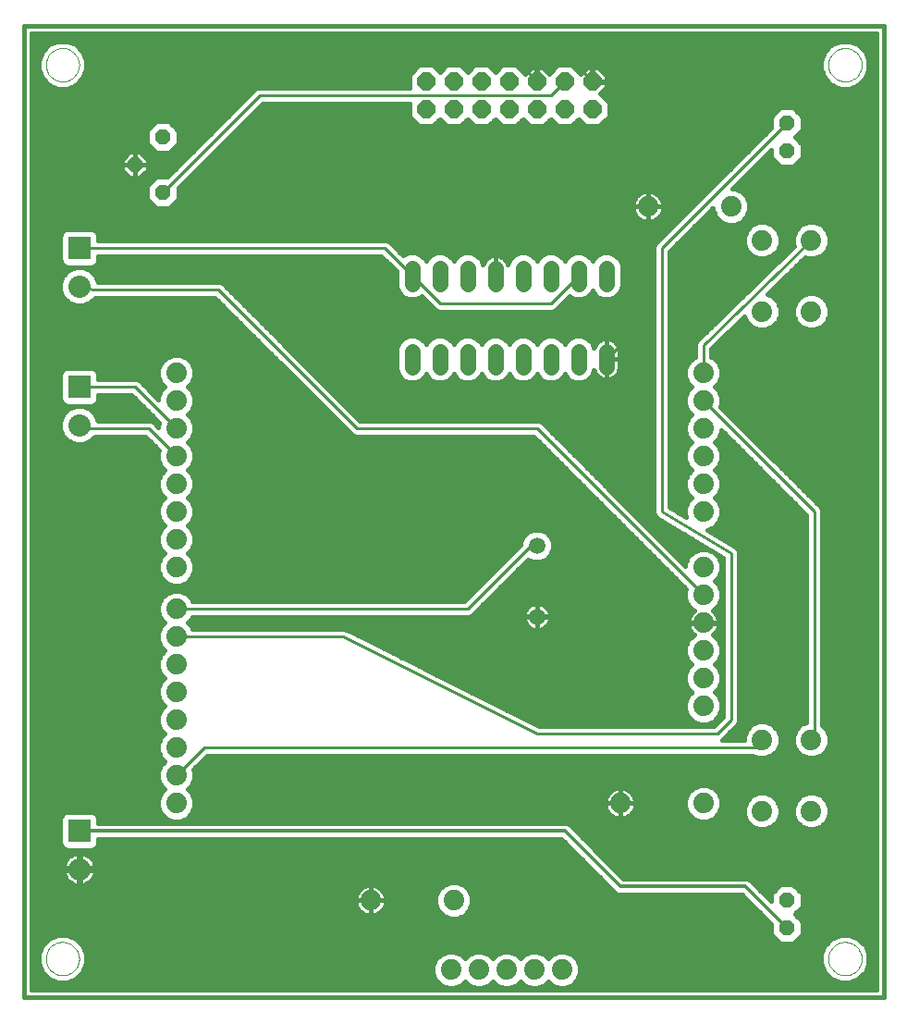
<source format=gbl>
G75*
G70*
%OFA0B0*%
%FSLAX24Y24*%
%IPPOS*%
%LPD*%
%AMOC8*
5,1,8,0,0,1.08239X$1,22.5*
%
%ADD10C,0.0160*%
%ADD11C,0.0740*%
%ADD12R,0.0800X0.0800*%
%ADD13C,0.0800*%
%ADD14OC8,0.0560*%
%ADD15C,0.0594*%
%ADD16C,0.0560*%
%ADD17OC8,0.0640*%
%ADD18C,0.0000*%
%ADD19C,0.0100*%
%ADD20C,0.0120*%
D10*
X005191Y002689D02*
X036191Y002689D01*
X036191Y037689D01*
X005191Y037689D01*
X005191Y002689D01*
X005451Y002949D02*
X005451Y037429D01*
X035931Y037429D01*
X035931Y002949D01*
X005451Y002949D01*
X005451Y003055D02*
X020417Y003055D01*
X020455Y003039D02*
X020714Y003039D01*
X020952Y003138D01*
X021084Y003270D01*
X021216Y003138D01*
X021455Y003039D01*
X021714Y003039D01*
X021952Y003138D01*
X022084Y003270D01*
X022216Y003138D01*
X022455Y003039D01*
X022714Y003039D01*
X022952Y003138D01*
X023084Y003270D01*
X023216Y003138D01*
X023455Y003039D01*
X023714Y003039D01*
X023952Y003138D01*
X024084Y003270D01*
X024216Y003138D01*
X024455Y003039D01*
X024714Y003039D01*
X024952Y003138D01*
X025135Y003321D01*
X025234Y003559D01*
X025234Y003818D01*
X025135Y004057D01*
X024952Y004240D01*
X024714Y004339D01*
X024455Y004339D01*
X024216Y004240D01*
X024084Y004108D01*
X023952Y004240D01*
X023714Y004339D01*
X023455Y004339D01*
X023216Y004240D01*
X023084Y004108D01*
X022952Y004240D01*
X022714Y004339D01*
X022455Y004339D01*
X022216Y004240D01*
X022084Y004108D01*
X021952Y004240D01*
X021714Y004339D01*
X021455Y004339D01*
X021216Y004240D01*
X021084Y004108D01*
X020952Y004240D01*
X020714Y004339D01*
X020455Y004339D01*
X020216Y004240D01*
X020033Y004057D01*
X019934Y003818D01*
X019934Y003559D01*
X020033Y003321D01*
X020216Y003138D01*
X020455Y003039D01*
X020752Y003055D02*
X021417Y003055D01*
X021141Y003213D02*
X021028Y003213D01*
X021752Y003055D02*
X022417Y003055D01*
X022141Y003213D02*
X022028Y003213D01*
X022752Y003055D02*
X023417Y003055D01*
X023141Y003213D02*
X023028Y003213D01*
X023752Y003055D02*
X024417Y003055D01*
X024141Y003213D02*
X024028Y003213D01*
X024752Y003055D02*
X035931Y003055D01*
X035931Y003213D02*
X025028Y003213D01*
X025156Y003372D02*
X034306Y003372D01*
X034315Y003362D02*
X034315Y003362D01*
X034076Y003601D01*
X034076Y003601D01*
X033947Y003913D01*
X033947Y003913D01*
X033947Y004252D01*
X033947Y004252D01*
X034076Y004564D01*
X034076Y004564D01*
X034315Y004803D01*
X034315Y004803D01*
X034628Y004932D01*
X034628Y004932D01*
X034747Y004932D01*
X034747Y004932D01*
X034795Y004932D01*
X034797Y004932D01*
X034847Y004932D01*
X034847Y004932D01*
X034966Y004932D01*
X034966Y004932D01*
X035278Y004803D01*
X035278Y004803D01*
X035278Y004803D01*
X035517Y004564D01*
X035517Y004564D01*
X035647Y004252D01*
X035647Y003913D01*
X035517Y003601D01*
X035278Y003362D01*
X035278Y003362D01*
X034966Y003233D01*
X034966Y003233D01*
X034847Y003233D01*
X034847Y003233D01*
X034814Y003233D01*
X034797Y003233D01*
X034747Y003233D01*
X034747Y003233D01*
X034628Y003233D01*
X034628Y003233D01*
X034315Y003362D01*
X034147Y003530D02*
X025222Y003530D01*
X025234Y003689D02*
X034040Y003689D01*
X033974Y003847D02*
X025222Y003847D01*
X025156Y004006D02*
X033947Y004006D01*
X033947Y004164D02*
X025028Y004164D01*
X024752Y004323D02*
X033976Y004323D01*
X034042Y004482D02*
X007339Y004482D01*
X007305Y004564D02*
X007434Y004252D01*
X007434Y004252D01*
X007434Y003913D01*
X007434Y003913D01*
X007305Y003601D01*
X007305Y003601D01*
X007066Y003362D01*
X007066Y003362D01*
X006753Y003233D01*
X006753Y003233D01*
X006634Y003233D01*
X006634Y003233D01*
X006604Y003233D01*
X006584Y003233D01*
X006535Y003233D01*
X006535Y003233D01*
X006415Y003233D01*
X006415Y003233D01*
X006103Y003362D01*
X006103Y003362D01*
X005864Y003601D01*
X005734Y003913D01*
X005734Y003913D01*
X005734Y004252D01*
X005734Y004252D01*
X005864Y004564D01*
X005864Y004564D01*
X006103Y004803D01*
X006103Y004803D01*
X006415Y004932D01*
X006415Y004932D01*
X006535Y004932D01*
X006535Y004932D01*
X006584Y004932D01*
X006584Y004932D01*
X006634Y004932D01*
X006634Y004932D01*
X006753Y004932D01*
X006753Y004932D01*
X007066Y004803D01*
X007066Y004803D01*
X007305Y004564D01*
X007305Y004564D01*
X007229Y004640D02*
X032447Y004640D01*
X032459Y004629D02*
X032922Y004629D01*
X033251Y004957D01*
X035931Y004957D01*
X035931Y004799D02*
X035283Y004799D01*
X035441Y004640D02*
X035931Y004640D01*
X035931Y004482D02*
X035552Y004482D01*
X035617Y004323D02*
X035931Y004323D01*
X035931Y004164D02*
X035647Y004164D01*
X035647Y004006D02*
X035931Y004006D01*
X035931Y003847D02*
X035619Y003847D01*
X035554Y003689D02*
X035931Y003689D01*
X035931Y003530D02*
X035447Y003530D01*
X035288Y003372D02*
X035931Y003372D01*
X035931Y005116D02*
X033251Y005116D01*
X033251Y005274D02*
X035931Y005274D01*
X035931Y005433D02*
X033238Y005433D01*
X033251Y005421D02*
X032982Y005689D01*
X033251Y005957D01*
X033251Y006421D01*
X032922Y006749D01*
X032459Y006749D01*
X032131Y006421D01*
X032131Y006159D01*
X031436Y006853D01*
X031355Y006935D01*
X031248Y006979D01*
X026811Y006979D01*
X024855Y008935D01*
X024748Y008979D01*
X024633Y008979D01*
X007871Y008979D01*
X007871Y009144D01*
X007828Y009247D01*
X007749Y009326D01*
X007646Y009369D01*
X006735Y009369D01*
X006632Y009326D01*
X006553Y009247D01*
X006511Y009144D01*
X006511Y008233D01*
X006553Y008130D01*
X006632Y008051D01*
X006735Y008009D01*
X007646Y008009D01*
X007749Y008051D01*
X007828Y008130D01*
X007871Y008233D01*
X007871Y008399D01*
X024570Y008399D01*
X026445Y006525D01*
X026526Y006443D01*
X026633Y006399D01*
X031070Y006399D01*
X032131Y005339D01*
X032131Y004957D01*
X005451Y004957D01*
X005451Y004799D02*
X006098Y004799D01*
X005940Y004640D02*
X005451Y004640D01*
X005451Y004482D02*
X005830Y004482D01*
X005764Y004323D02*
X005451Y004323D01*
X005451Y004164D02*
X005734Y004164D01*
X005734Y004006D02*
X005451Y004006D01*
X005451Y003847D02*
X005762Y003847D01*
X005827Y003689D02*
X005451Y003689D01*
X005451Y003530D02*
X005934Y003530D01*
X006093Y003372D02*
X005451Y003372D01*
X005451Y003213D02*
X020141Y003213D01*
X020012Y003372D02*
X007075Y003372D01*
X007234Y003530D02*
X019946Y003530D01*
X019934Y003689D02*
X007341Y003689D01*
X007407Y003847D02*
X019946Y003847D01*
X020012Y004006D02*
X007434Y004006D01*
X007434Y004164D02*
X020141Y004164D01*
X020417Y004323D02*
X007405Y004323D01*
X007070Y004799D02*
X032289Y004799D01*
X032131Y004957D02*
X032459Y004629D01*
X032934Y004640D02*
X034152Y004640D01*
X034311Y004799D02*
X033092Y004799D01*
X033251Y004957D02*
X033251Y005421D01*
X033080Y005591D02*
X035931Y005591D01*
X035931Y005750D02*
X033044Y005750D01*
X033202Y005908D02*
X035931Y005908D01*
X035931Y006067D02*
X033251Y006067D01*
X033251Y006226D02*
X035931Y006226D01*
X035931Y006384D02*
X033251Y006384D01*
X033129Y006543D02*
X035931Y006543D01*
X035931Y006701D02*
X032970Y006701D01*
X032411Y006701D02*
X031588Y006701D01*
X031430Y006860D02*
X035931Y006860D01*
X035931Y007018D02*
X026771Y007018D01*
X026613Y007177D02*
X035931Y007177D01*
X035931Y007335D02*
X026454Y007335D01*
X026296Y007494D02*
X035931Y007494D01*
X035931Y007652D02*
X026137Y007652D01*
X025979Y007811D02*
X035931Y007811D01*
X035931Y007969D02*
X025820Y007969D01*
X025661Y008128D02*
X035931Y008128D01*
X035931Y008287D02*
X025503Y008287D01*
X025344Y008445D02*
X035931Y008445D01*
X035931Y008604D02*
X025186Y008604D01*
X025027Y008762D02*
X031663Y008762D01*
X031671Y008759D02*
X031930Y008759D01*
X032169Y008858D01*
X032352Y009041D01*
X032451Y009279D01*
X032451Y009538D01*
X032352Y009777D01*
X032169Y009960D01*
X031930Y010059D01*
X031671Y010059D01*
X031432Y009960D01*
X031249Y009777D01*
X031151Y009538D01*
X031151Y009279D01*
X031249Y009041D01*
X031432Y008858D01*
X031671Y008759D01*
X031938Y008762D02*
X033443Y008762D01*
X033451Y008759D02*
X033710Y008759D01*
X033949Y008858D01*
X034132Y009041D01*
X034231Y009279D01*
X034231Y009538D01*
X034132Y009777D01*
X033949Y009960D01*
X033710Y010059D01*
X033451Y010059D01*
X033212Y009960D01*
X033029Y009777D01*
X032931Y009538D01*
X032931Y009279D01*
X033029Y009041D01*
X033212Y008858D01*
X033451Y008759D01*
X033718Y008762D02*
X035931Y008762D01*
X035931Y008921D02*
X034012Y008921D01*
X034148Y009079D02*
X035931Y009079D01*
X035931Y009238D02*
X034213Y009238D01*
X034231Y009396D02*
X035931Y009396D01*
X035931Y009555D02*
X034224Y009555D01*
X034158Y009713D02*
X035931Y009713D01*
X035931Y009872D02*
X034037Y009872D01*
X033778Y010031D02*
X035931Y010031D01*
X035931Y010189D02*
X030109Y010189D01*
X030059Y010240D02*
X030242Y010057D01*
X030341Y009818D01*
X030341Y009559D01*
X030242Y009321D01*
X030059Y009138D01*
X029820Y009039D01*
X029561Y009039D01*
X029322Y009138D01*
X029139Y009321D01*
X029041Y009559D01*
X029041Y009818D01*
X029139Y010057D01*
X029322Y010240D01*
X029561Y010339D01*
X029820Y010339D01*
X030059Y010240D01*
X030253Y010031D02*
X031603Y010031D01*
X031344Y009872D02*
X030318Y009872D01*
X030341Y009713D02*
X031223Y009713D01*
X031158Y009555D02*
X030339Y009555D01*
X030273Y009396D02*
X031151Y009396D01*
X031168Y009238D02*
X030159Y009238D01*
X029918Y009079D02*
X031233Y009079D01*
X031369Y008921D02*
X024869Y008921D01*
X024683Y008287D02*
X007871Y008287D01*
X007826Y008128D02*
X024841Y008128D01*
X025000Y007969D02*
X005451Y007969D01*
X005451Y007811D02*
X006895Y007811D01*
X006887Y007807D02*
X006813Y007753D01*
X006748Y007689D01*
X006694Y007615D01*
X006653Y007534D01*
X006625Y007447D01*
X006611Y007356D01*
X006611Y007349D01*
X007152Y007349D01*
X007152Y007273D01*
X006611Y007273D01*
X006611Y007265D01*
X006625Y007175D01*
X006653Y007088D01*
X006694Y007007D01*
X006748Y006933D01*
X006813Y006868D01*
X006887Y006815D01*
X006968Y006773D01*
X007055Y006745D01*
X007145Y006731D01*
X007152Y006731D01*
X007152Y007272D01*
X007229Y007272D01*
X007229Y006731D01*
X007236Y006731D01*
X007326Y006745D01*
X007413Y006773D01*
X007495Y006815D01*
X007568Y006868D01*
X007633Y006933D01*
X007687Y007007D01*
X007728Y007088D01*
X007756Y007175D01*
X007771Y007265D01*
X007771Y007273D01*
X007229Y007273D01*
X007229Y007349D01*
X007771Y007349D01*
X007771Y007356D01*
X007756Y007447D01*
X007728Y007534D01*
X007687Y007615D01*
X007633Y007689D01*
X007568Y007753D01*
X007495Y007807D01*
X007413Y007848D01*
X007326Y007877D01*
X007236Y007891D01*
X007229Y007891D01*
X007229Y007349D01*
X007152Y007349D01*
X007152Y007891D01*
X007145Y007891D01*
X007055Y007877D01*
X006968Y007848D01*
X006887Y007807D01*
X006722Y007652D02*
X005451Y007652D01*
X005451Y007494D02*
X006640Y007494D01*
X006625Y007177D02*
X005451Y007177D01*
X005451Y007335D02*
X007152Y007335D01*
X007229Y007335D02*
X025634Y007335D01*
X025792Y007177D02*
X007756Y007177D01*
X007692Y007018D02*
X025951Y007018D01*
X026110Y006860D02*
X007556Y006860D01*
X007229Y006860D02*
X007152Y006860D01*
X007152Y007018D02*
X007229Y007018D01*
X007229Y007177D02*
X007152Y007177D01*
X007152Y007494D02*
X007229Y007494D01*
X007229Y007652D02*
X007152Y007652D01*
X007152Y007811D02*
X007229Y007811D01*
X007487Y007811D02*
X025158Y007811D01*
X025317Y007652D02*
X007659Y007652D01*
X007741Y007494D02*
X025475Y007494D01*
X026268Y006701D02*
X021097Y006701D01*
X021059Y006740D02*
X020820Y006839D01*
X020561Y006839D01*
X020322Y006740D01*
X020139Y006557D01*
X020041Y006318D01*
X020041Y006059D01*
X020139Y005821D01*
X020322Y005638D01*
X020561Y005539D01*
X020820Y005539D01*
X021059Y005638D01*
X021242Y005821D01*
X021341Y006059D01*
X021341Y006318D01*
X021242Y006557D01*
X021059Y006740D01*
X021248Y006543D02*
X026427Y006543D01*
X026647Y009139D02*
X026682Y009139D01*
X026682Y009680D01*
X026699Y009680D01*
X026699Y009139D01*
X026734Y009139D01*
X026819Y009152D01*
X026902Y009179D01*
X026979Y009218D01*
X027049Y009269D01*
X027110Y009331D01*
X027161Y009401D01*
X027200Y009478D01*
X027227Y009560D01*
X027241Y009646D01*
X027241Y009680D01*
X026699Y009680D01*
X026699Y009697D01*
X027241Y009697D01*
X027241Y009732D01*
X027227Y009818D01*
X027200Y009900D01*
X027161Y009977D01*
X027110Y010047D01*
X027049Y010108D01*
X026979Y010159D01*
X026902Y010199D01*
X026819Y010225D01*
X026734Y010239D01*
X026699Y010239D01*
X026699Y009698D01*
X026682Y009698D01*
X026682Y010239D01*
X026647Y010239D01*
X026562Y010225D01*
X026479Y010199D01*
X026402Y010159D01*
X026332Y010108D01*
X026271Y010047D01*
X026220Y009977D01*
X026181Y009900D01*
X026154Y009818D01*
X026141Y009732D01*
X026141Y009697D01*
X026682Y009697D01*
X026682Y009680D01*
X026141Y009680D01*
X026141Y009646D01*
X026154Y009560D01*
X026181Y009478D01*
X026220Y009401D01*
X026271Y009331D01*
X026332Y009269D01*
X026402Y009218D01*
X026479Y009179D01*
X026562Y009152D01*
X026647Y009139D01*
X026682Y009238D02*
X026699Y009238D01*
X026682Y009396D02*
X026699Y009396D01*
X026682Y009555D02*
X026699Y009555D01*
X026682Y009713D02*
X026699Y009713D01*
X026682Y009872D02*
X026699Y009872D01*
X026682Y010031D02*
X026699Y010031D01*
X026682Y010189D02*
X026699Y010189D01*
X026920Y010189D02*
X029272Y010189D01*
X029129Y010031D02*
X027122Y010031D01*
X027209Y009872D02*
X029063Y009872D01*
X029041Y009713D02*
X027241Y009713D01*
X027225Y009555D02*
X029042Y009555D01*
X029108Y009396D02*
X027158Y009396D01*
X027005Y009238D02*
X029222Y009238D01*
X029463Y009079D02*
X010918Y009079D01*
X010820Y009039D02*
X011059Y009138D01*
X011242Y009321D01*
X011341Y009559D01*
X011341Y009818D01*
X011242Y010057D01*
X011110Y010189D01*
X026461Y010189D01*
X026259Y010031D02*
X011253Y010031D01*
X011318Y009872D02*
X026172Y009872D01*
X026141Y009713D02*
X011341Y009713D01*
X011339Y009555D02*
X026156Y009555D01*
X026223Y009396D02*
X011273Y009396D01*
X011159Y009238D02*
X026376Y009238D01*
X023757Y012469D02*
X016856Y015919D01*
X016849Y015926D01*
X016807Y015944D01*
X016766Y015964D01*
X016756Y015965D01*
X016746Y015969D01*
X016700Y015969D01*
X016655Y015972D01*
X016645Y015969D01*
X011278Y015969D01*
X011242Y016057D01*
X011110Y016189D01*
X011242Y016321D01*
X011278Y016409D01*
X021246Y016409D01*
X021349Y016451D01*
X021428Y016530D01*
X023373Y018475D01*
X023576Y018391D01*
X023805Y018391D01*
X024017Y018479D01*
X024180Y018641D01*
X024268Y018854D01*
X024268Y019083D01*
X024180Y019295D01*
X024017Y019458D01*
X023805Y019545D01*
X023576Y019545D01*
X023364Y019458D01*
X023201Y019295D01*
X023113Y019083D01*
X023113Y019008D01*
X021075Y016969D01*
X011278Y016969D01*
X011242Y017057D01*
X011059Y017240D01*
X010820Y017339D01*
X010561Y017339D01*
X010322Y017240D01*
X010139Y017057D01*
X010041Y016818D01*
X010041Y016559D01*
X010139Y016321D01*
X010271Y016189D01*
X010139Y016057D01*
X010041Y015818D01*
X010041Y015559D01*
X010139Y015321D01*
X010271Y015189D01*
X010139Y015057D01*
X010041Y014818D01*
X010041Y014559D01*
X010139Y014321D01*
X010271Y014189D01*
X010139Y014057D01*
X010041Y013818D01*
X010041Y013559D01*
X010139Y013321D01*
X010271Y013189D01*
X010139Y013057D01*
X010041Y012818D01*
X010041Y012559D01*
X010139Y012321D01*
X010271Y012189D01*
X010139Y012057D01*
X010041Y011818D01*
X010041Y011559D01*
X010139Y011321D01*
X010271Y011189D01*
X010139Y011057D01*
X010041Y010818D01*
X010041Y010559D01*
X010139Y010321D01*
X010271Y010189D01*
X005451Y010189D01*
X005451Y010031D02*
X010129Y010031D01*
X010139Y010057D02*
X010041Y009818D01*
X010041Y009559D01*
X010139Y009321D01*
X010322Y009138D01*
X010561Y009039D01*
X010820Y009039D01*
X010463Y009079D02*
X007871Y009079D01*
X007832Y009238D02*
X010222Y009238D01*
X010108Y009396D02*
X005451Y009396D01*
X005451Y009238D02*
X006549Y009238D01*
X006511Y009079D02*
X005451Y009079D01*
X005451Y008921D02*
X006511Y008921D01*
X006511Y008762D02*
X005451Y008762D01*
X005451Y008604D02*
X006511Y008604D01*
X006511Y008445D02*
X005451Y008445D01*
X005451Y008287D02*
X006511Y008287D01*
X006555Y008128D02*
X005451Y008128D01*
X005451Y007018D02*
X006689Y007018D01*
X006825Y006860D02*
X005451Y006860D01*
X005451Y006701D02*
X017488Y006701D01*
X017479Y006699D02*
X017402Y006659D01*
X017332Y006608D01*
X017271Y006547D01*
X017220Y006477D01*
X017181Y006400D01*
X017154Y006318D01*
X017141Y006232D01*
X017141Y006197D01*
X017682Y006197D01*
X017682Y006180D01*
X017699Y006180D01*
X017699Y005639D01*
X017734Y005639D01*
X017819Y005652D01*
X017902Y005679D01*
X017979Y005718D01*
X018049Y005769D01*
X018110Y005831D01*
X018161Y005901D01*
X018200Y005978D01*
X018227Y006060D01*
X018241Y006146D01*
X018241Y006180D01*
X017699Y006180D01*
X017699Y006197D01*
X018241Y006197D01*
X018241Y006232D01*
X018227Y006318D01*
X018200Y006400D01*
X018161Y006477D01*
X018110Y006547D01*
X018049Y006608D01*
X017979Y006659D01*
X017902Y006699D01*
X017819Y006725D01*
X017734Y006739D01*
X017699Y006739D01*
X017699Y006198D01*
X017682Y006198D01*
X017682Y006739D01*
X017647Y006739D01*
X017562Y006725D01*
X017479Y006699D01*
X017682Y006701D02*
X017699Y006701D01*
X017682Y006543D02*
X017699Y006543D01*
X017682Y006384D02*
X017699Y006384D01*
X017682Y006226D02*
X017699Y006226D01*
X017682Y006180D02*
X017141Y006180D01*
X017141Y006146D01*
X017154Y006060D01*
X017181Y005978D01*
X017220Y005901D01*
X017271Y005831D01*
X017332Y005769D01*
X017402Y005718D01*
X017479Y005679D01*
X017562Y005652D01*
X017647Y005639D01*
X017682Y005639D01*
X017682Y006180D01*
X017682Y006067D02*
X017699Y006067D01*
X017682Y005908D02*
X017699Y005908D01*
X017682Y005750D02*
X017699Y005750D01*
X018022Y005750D02*
X020210Y005750D01*
X020103Y005908D02*
X018165Y005908D01*
X018228Y006067D02*
X020041Y006067D01*
X020041Y006226D02*
X018241Y006226D01*
X018205Y006384D02*
X020068Y006384D01*
X020134Y006543D02*
X018113Y006543D01*
X017894Y006701D02*
X020284Y006701D01*
X021171Y005750D02*
X031719Y005750D01*
X031561Y005908D02*
X021278Y005908D01*
X021341Y006067D02*
X031402Y006067D01*
X031244Y006226D02*
X021341Y006226D01*
X021313Y006384D02*
X031085Y006384D01*
X031747Y006543D02*
X032252Y006543D01*
X032131Y006384D02*
X031905Y006384D01*
X032064Y006226D02*
X032131Y006226D01*
X031878Y005591D02*
X020947Y005591D01*
X020434Y005591D02*
X005451Y005591D01*
X005451Y005433D02*
X032036Y005433D01*
X032131Y005274D02*
X005451Y005274D01*
X005451Y005116D02*
X032131Y005116D01*
X032232Y008921D02*
X033149Y008921D01*
X033013Y009079D02*
X032368Y009079D01*
X032433Y009238D02*
X032948Y009238D01*
X032931Y009396D02*
X032451Y009396D01*
X032444Y009555D02*
X032938Y009555D01*
X033003Y009713D02*
X032378Y009713D01*
X032257Y009872D02*
X033124Y009872D01*
X033383Y010031D02*
X031998Y010031D01*
X031930Y011319D02*
X031671Y011319D01*
X031454Y011409D01*
X011806Y011409D01*
X011304Y010906D01*
X011341Y010818D01*
X011341Y010559D01*
X011242Y010321D01*
X011110Y010189D01*
X011253Y010348D02*
X035931Y010348D01*
X035931Y010506D02*
X011318Y010506D01*
X011341Y010665D02*
X035931Y010665D01*
X035931Y010823D02*
X011338Y010823D01*
X011379Y010982D02*
X035931Y010982D01*
X035931Y011140D02*
X011538Y011140D01*
X011697Y011299D02*
X035931Y011299D01*
X035931Y011457D02*
X033988Y011457D01*
X033949Y011418D02*
X034132Y011601D01*
X034231Y011839D01*
X034231Y012098D01*
X034132Y012337D01*
X033971Y012498D01*
X033971Y020133D01*
X033971Y020244D01*
X033928Y020347D01*
X030304Y023971D01*
X030341Y024059D01*
X030341Y024318D01*
X030242Y024557D01*
X030110Y024689D01*
X030242Y024821D01*
X030341Y025059D01*
X030341Y025318D01*
X030242Y025557D01*
X030059Y025740D01*
X029971Y025776D01*
X029971Y026070D01*
X031169Y027235D01*
X031249Y027041D01*
X031432Y026858D01*
X031671Y026759D01*
X031930Y026759D01*
X032169Y026858D01*
X032352Y027041D01*
X032451Y027279D01*
X032451Y027538D01*
X032352Y027777D01*
X032169Y027960D01*
X031991Y028034D01*
X033355Y029359D01*
X033451Y029319D01*
X033710Y029319D01*
X033949Y029418D01*
X034132Y029601D01*
X034231Y029839D01*
X034231Y030098D01*
X034132Y030337D01*
X033949Y030520D01*
X033710Y030619D01*
X033451Y030619D01*
X033212Y030520D01*
X033029Y030337D01*
X032931Y030098D01*
X032931Y029839D01*
X032964Y029760D01*
X029534Y026427D01*
X029532Y026426D01*
X029494Y026389D01*
X029455Y026351D01*
X029455Y026349D01*
X029453Y026347D01*
X029433Y026298D01*
X029411Y026249D01*
X029411Y026246D01*
X029411Y026244D01*
X029411Y026191D01*
X029410Y026137D01*
X029411Y026135D01*
X029411Y025776D01*
X029322Y025740D01*
X029139Y025557D01*
X029041Y025318D01*
X029041Y025059D01*
X029139Y024821D01*
X029271Y024689D01*
X029139Y024557D01*
X029041Y024318D01*
X029041Y024059D01*
X029139Y023821D01*
X029271Y023689D01*
X029139Y023557D01*
X029041Y023318D01*
X029041Y023059D01*
X029139Y022821D01*
X029271Y022689D01*
X029139Y022557D01*
X029041Y022318D01*
X029041Y022059D01*
X029139Y021821D01*
X029271Y021689D01*
X029139Y021557D01*
X029041Y021318D01*
X029041Y021059D01*
X029139Y020821D01*
X029271Y020689D01*
X029139Y020557D01*
X029041Y020318D01*
X029041Y020059D01*
X029070Y019987D01*
X028471Y020347D01*
X028471Y029573D01*
X030041Y031143D01*
X030041Y031059D01*
X030139Y030821D01*
X030322Y030638D01*
X030561Y030539D01*
X030820Y030539D01*
X031059Y030638D01*
X031242Y030821D01*
X031341Y031059D01*
X031341Y031318D01*
X031242Y031557D01*
X031059Y031740D01*
X030820Y031839D01*
X030736Y031839D01*
X032131Y033233D01*
X032131Y032957D01*
X032459Y032629D01*
X032922Y032629D01*
X033251Y032957D01*
X033251Y033421D01*
X032982Y033689D01*
X033251Y033957D01*
X033251Y034421D01*
X032922Y034749D01*
X032459Y034749D01*
X032131Y034421D01*
X032131Y034025D01*
X028032Y029926D01*
X027953Y029847D01*
X027911Y029744D01*
X027911Y020210D01*
X027905Y020175D01*
X027911Y020154D01*
X027911Y020133D01*
X027924Y020101D01*
X027932Y020067D01*
X027945Y020050D01*
X027953Y020030D01*
X027978Y020006D01*
X027999Y019977D01*
X028017Y019966D01*
X028032Y019951D01*
X028064Y019938D01*
X030411Y018530D01*
X030411Y012805D01*
X030075Y012469D01*
X023757Y012469D01*
X023560Y012567D02*
X029493Y012567D01*
X029561Y012539D02*
X029820Y012539D01*
X030059Y012638D01*
X030242Y012821D01*
X030341Y013059D01*
X030341Y013318D01*
X030242Y013557D01*
X030110Y013689D01*
X030242Y013821D01*
X030341Y014059D01*
X030341Y014318D01*
X030242Y014557D01*
X030110Y014689D01*
X030242Y014821D01*
X030341Y015059D01*
X030341Y015318D01*
X030242Y015557D01*
X030059Y015740D01*
X030027Y015753D01*
X030049Y015769D01*
X030110Y015831D01*
X030161Y015901D01*
X030200Y015978D01*
X030227Y016060D01*
X030241Y016146D01*
X030241Y016169D01*
X029711Y016169D01*
X029711Y016209D01*
X030241Y016209D01*
X030241Y016232D01*
X030227Y016318D01*
X030200Y016400D01*
X030161Y016477D01*
X030110Y016547D01*
X030049Y016608D01*
X030027Y016624D01*
X030059Y016638D01*
X030242Y016821D01*
X030341Y017059D01*
X030341Y017318D01*
X030242Y017557D01*
X030110Y017689D01*
X030242Y017821D01*
X030341Y018059D01*
X030341Y018318D01*
X030242Y018557D01*
X030059Y018740D01*
X029820Y018839D01*
X029561Y018839D01*
X029322Y018740D01*
X029139Y018557D01*
X029041Y018318D01*
X029041Y018235D01*
X023849Y023426D01*
X023746Y023469D01*
X023635Y023469D01*
X017306Y023469D01*
X012349Y028426D01*
X012246Y028469D01*
X012135Y028469D01*
X007861Y028469D01*
X007767Y028696D01*
X007576Y028887D01*
X007326Y028991D01*
X007055Y028991D01*
X006805Y028887D01*
X006614Y028696D01*
X006511Y028446D01*
X006511Y028176D01*
X006614Y027926D01*
X006805Y027734D01*
X007055Y027631D01*
X007326Y027631D01*
X007576Y027734D01*
X007750Y027909D01*
X012075Y027909D01*
X016953Y023030D01*
X017032Y022951D01*
X017135Y022909D01*
X023575Y022909D01*
X029077Y017406D01*
X029041Y017318D01*
X029041Y017059D01*
X029139Y016821D01*
X029322Y016638D01*
X029355Y016624D01*
X029332Y016608D01*
X029271Y016547D01*
X029220Y016477D01*
X029181Y016400D01*
X029154Y016318D01*
X029141Y016232D01*
X029141Y016209D01*
X029670Y016209D01*
X029670Y016169D01*
X029141Y016169D01*
X029141Y016146D01*
X029154Y016060D01*
X029181Y015978D01*
X029220Y015901D01*
X029271Y015831D01*
X029332Y015769D01*
X029355Y015753D01*
X029322Y015740D01*
X029139Y015557D01*
X029041Y015318D01*
X029041Y015059D01*
X029139Y014821D01*
X029271Y014689D01*
X029139Y014557D01*
X029041Y014318D01*
X029041Y014059D01*
X029139Y013821D01*
X029271Y013689D01*
X029139Y013557D01*
X029041Y013318D01*
X029041Y013059D01*
X029139Y012821D01*
X029322Y012638D01*
X029561Y012539D01*
X029888Y012567D02*
X030173Y012567D01*
X030147Y012726D02*
X030332Y012726D01*
X030268Y012884D02*
X030411Y012884D01*
X030411Y013043D02*
X030334Y013043D01*
X030341Y013201D02*
X030411Y013201D01*
X030411Y013360D02*
X030323Y013360D01*
X030258Y013519D02*
X030411Y013519D01*
X030411Y013677D02*
X030122Y013677D01*
X030248Y013836D02*
X030411Y013836D01*
X030411Y013994D02*
X030313Y013994D01*
X030341Y014153D02*
X030411Y014153D01*
X030411Y014311D02*
X030341Y014311D01*
X030278Y014470D02*
X030411Y014470D01*
X030411Y014628D02*
X030170Y014628D01*
X030208Y014787D02*
X030411Y014787D01*
X030411Y014945D02*
X030293Y014945D01*
X030341Y015104D02*
X030411Y015104D01*
X030411Y015262D02*
X030341Y015262D01*
X030298Y015421D02*
X030411Y015421D01*
X030411Y015580D02*
X030219Y015580D01*
X030060Y015738D02*
X030411Y015738D01*
X030411Y015897D02*
X030158Y015897D01*
X030225Y016055D02*
X030411Y016055D01*
X030411Y016214D02*
X030241Y016214D01*
X030209Y016372D02*
X030411Y016372D01*
X030411Y016531D02*
X030122Y016531D01*
X030110Y016689D02*
X030411Y016689D01*
X030411Y016848D02*
X030253Y016848D01*
X030319Y017006D02*
X030411Y017006D01*
X030411Y017165D02*
X030341Y017165D01*
X030338Y017324D02*
X030411Y017324D01*
X030411Y017482D02*
X030273Y017482D01*
X030158Y017641D02*
X030411Y017641D01*
X030411Y017799D02*
X030220Y017799D01*
X030298Y017958D02*
X030411Y017958D01*
X030411Y018116D02*
X030341Y018116D01*
X030341Y018275D02*
X030411Y018275D01*
X030411Y018433D02*
X030293Y018433D01*
X030308Y018592D02*
X030207Y018592D01*
X030044Y018750D02*
X030033Y018750D01*
X029779Y018909D02*
X028366Y018909D01*
X028208Y019068D02*
X029515Y019068D01*
X029251Y019226D02*
X028049Y019226D01*
X027891Y019385D02*
X028987Y019385D01*
X028722Y019543D02*
X027732Y019543D01*
X027574Y019702D02*
X028458Y019702D01*
X028194Y019860D02*
X027415Y019860D01*
X027256Y020019D02*
X027965Y020019D01*
X027906Y020177D02*
X027098Y020177D01*
X026939Y020336D02*
X027911Y020336D01*
X027911Y020494D02*
X026781Y020494D01*
X026622Y020653D02*
X027911Y020653D01*
X027911Y020811D02*
X026464Y020811D01*
X026305Y020970D02*
X027911Y020970D01*
X027911Y021129D02*
X026147Y021129D01*
X025988Y021287D02*
X027911Y021287D01*
X027911Y021446D02*
X025830Y021446D01*
X025671Y021604D02*
X027911Y021604D01*
X027911Y021763D02*
X025513Y021763D01*
X025354Y021921D02*
X027911Y021921D01*
X027911Y022080D02*
X025195Y022080D01*
X025037Y022238D02*
X027911Y022238D01*
X027911Y022397D02*
X024878Y022397D01*
X024720Y022555D02*
X027911Y022555D01*
X027911Y022714D02*
X024561Y022714D01*
X024403Y022873D02*
X027911Y022873D01*
X027911Y023031D02*
X024244Y023031D01*
X024086Y023190D02*
X027911Y023190D01*
X027911Y023348D02*
X023927Y023348D01*
X023611Y022873D02*
X011263Y022873D01*
X011242Y022821D02*
X011341Y023059D01*
X011341Y023318D01*
X011242Y023557D01*
X011110Y023689D01*
X011242Y023821D01*
X011341Y024059D01*
X011341Y024318D01*
X011242Y024557D01*
X011110Y024689D01*
X011242Y024821D01*
X011341Y025059D01*
X011341Y025318D01*
X011242Y025557D01*
X011059Y025740D01*
X010820Y025839D01*
X010561Y025839D01*
X010322Y025740D01*
X010139Y025557D01*
X010041Y025318D01*
X010041Y025059D01*
X010139Y024821D01*
X010271Y024689D01*
X010139Y024557D01*
X010041Y024318D01*
X010041Y024235D01*
X009349Y024926D01*
X009246Y024969D01*
X009135Y024969D01*
X007871Y024969D01*
X007871Y025144D01*
X007828Y025247D01*
X007749Y025326D01*
X007646Y025369D01*
X006735Y025369D01*
X006632Y025326D01*
X006553Y025247D01*
X006511Y025144D01*
X006511Y024233D01*
X006553Y024130D01*
X006632Y024051D01*
X006735Y024009D01*
X007646Y024009D01*
X007749Y024051D01*
X007828Y024130D01*
X007871Y024233D01*
X007871Y024409D01*
X009075Y024409D01*
X010077Y023406D01*
X010041Y023318D01*
X010041Y023235D01*
X009849Y023426D01*
X009746Y023469D01*
X009635Y023469D01*
X007861Y023469D01*
X007767Y023696D01*
X007576Y023887D01*
X007326Y023991D01*
X007055Y023991D01*
X006805Y023887D01*
X006614Y023696D01*
X006511Y023446D01*
X006511Y023176D01*
X006614Y022926D01*
X006805Y022734D01*
X007055Y022631D01*
X007326Y022631D01*
X007576Y022734D01*
X007750Y022909D01*
X009575Y022909D01*
X010077Y022406D01*
X010041Y022318D01*
X010041Y022059D01*
X010139Y021821D01*
X010271Y021689D01*
X010139Y021557D01*
X010041Y021318D01*
X010041Y021059D01*
X010139Y020821D01*
X010271Y020689D01*
X010139Y020557D01*
X010041Y020318D01*
X010041Y020059D01*
X010139Y019821D01*
X010271Y019689D01*
X010139Y019557D01*
X010041Y019318D01*
X010041Y019059D01*
X010139Y018821D01*
X010271Y018689D01*
X010139Y018557D01*
X010041Y018318D01*
X010041Y018059D01*
X010139Y017821D01*
X010322Y017638D01*
X010561Y017539D01*
X010820Y017539D01*
X011059Y017638D01*
X011242Y017821D01*
X011341Y018059D01*
X011341Y018318D01*
X011242Y018557D01*
X011110Y018689D01*
X011242Y018821D01*
X011341Y019059D01*
X011341Y019318D01*
X011242Y019557D01*
X011110Y019689D01*
X011242Y019821D01*
X011341Y020059D01*
X011341Y020318D01*
X011242Y020557D01*
X011110Y020689D01*
X011242Y020821D01*
X011341Y021059D01*
X011341Y021318D01*
X011242Y021557D01*
X011110Y021689D01*
X011242Y021821D01*
X011341Y022059D01*
X011341Y022318D01*
X011242Y022557D01*
X011110Y022689D01*
X011242Y022821D01*
X011135Y022714D02*
X023769Y022714D01*
X023928Y022555D02*
X011242Y022555D01*
X011308Y022397D02*
X024086Y022397D01*
X024245Y022238D02*
X011341Y022238D01*
X011341Y022080D02*
X024404Y022080D01*
X024562Y021921D02*
X011283Y021921D01*
X011184Y021763D02*
X024721Y021763D01*
X024879Y021604D02*
X011194Y021604D01*
X011288Y021446D02*
X025038Y021446D01*
X025196Y021287D02*
X011341Y021287D01*
X011341Y021129D02*
X025355Y021129D01*
X025513Y020970D02*
X011303Y020970D01*
X011232Y020811D02*
X025672Y020811D01*
X025830Y020653D02*
X011146Y020653D01*
X011268Y020494D02*
X025989Y020494D01*
X026148Y020336D02*
X011333Y020336D01*
X011341Y020177D02*
X026306Y020177D01*
X026465Y020019D02*
X011324Y020019D01*
X011258Y019860D02*
X026623Y019860D01*
X026782Y019702D02*
X011123Y019702D01*
X011247Y019543D02*
X023570Y019543D01*
X023811Y019543D02*
X026940Y019543D01*
X027099Y019385D02*
X024090Y019385D01*
X024209Y019226D02*
X027257Y019226D01*
X027416Y019068D02*
X024268Y019068D01*
X024268Y018909D02*
X027574Y018909D01*
X027733Y018750D02*
X024225Y018750D01*
X024130Y018592D02*
X027891Y018592D01*
X028050Y018433D02*
X023907Y018433D01*
X023474Y018433D02*
X023331Y018433D01*
X023172Y018275D02*
X028209Y018275D01*
X028367Y018116D02*
X023014Y018116D01*
X022855Y017958D02*
X028526Y017958D01*
X028684Y017799D02*
X022697Y017799D01*
X022538Y017641D02*
X028843Y017641D01*
X029001Y017482D02*
X022380Y017482D01*
X022221Y017324D02*
X029043Y017324D01*
X029041Y017165D02*
X022063Y017165D01*
X021904Y017006D02*
X029062Y017006D01*
X029128Y016848D02*
X023881Y016848D01*
X023874Y016851D02*
X023802Y016875D01*
X023728Y016886D01*
X023699Y016886D01*
X023699Y016418D01*
X023682Y016418D01*
X023682Y016886D01*
X023653Y016886D01*
X023579Y016875D01*
X023507Y016851D01*
X023440Y016817D01*
X023380Y016773D01*
X023327Y016720D01*
X023282Y016659D01*
X023248Y016592D01*
X023225Y016521D01*
X023213Y016447D01*
X023213Y016418D01*
X023682Y016418D01*
X023682Y016401D01*
X023213Y016401D01*
X023213Y016372D01*
X011263Y016372D01*
X011135Y016214D02*
X023255Y016214D01*
X023248Y016226D02*
X023282Y016159D01*
X023327Y016098D01*
X023380Y016045D01*
X023440Y016001D01*
X023507Y015967D01*
X023579Y015944D01*
X023653Y015932D01*
X023682Y015932D01*
X023682Y016400D01*
X023699Y016400D01*
X023699Y015932D01*
X023728Y015932D01*
X023802Y015944D01*
X023874Y015967D01*
X023941Y016001D01*
X024001Y016045D01*
X024054Y016098D01*
X024099Y016159D01*
X024133Y016226D01*
X024156Y016298D01*
X024168Y016372D01*
X029172Y016372D01*
X029141Y016214D02*
X024126Y016214D01*
X024168Y016372D02*
X024168Y016401D01*
X023699Y016401D01*
X023699Y016418D01*
X024168Y016418D01*
X024168Y016447D01*
X024156Y016521D01*
X024133Y016592D01*
X024099Y016659D01*
X024054Y016720D01*
X024001Y016773D01*
X023941Y016817D01*
X023874Y016851D01*
X023699Y016848D02*
X023682Y016848D01*
X023682Y016689D02*
X023699Y016689D01*
X023682Y016531D02*
X023699Y016531D01*
X023682Y016372D02*
X023699Y016372D01*
X023682Y016214D02*
X023699Y016214D01*
X023682Y016055D02*
X023699Y016055D01*
X024011Y016055D02*
X029156Y016055D01*
X029223Y015897D02*
X016901Y015897D01*
X017218Y015738D02*
X029321Y015738D01*
X029162Y015580D02*
X017535Y015580D01*
X017852Y015421D02*
X029083Y015421D01*
X029041Y015262D02*
X018169Y015262D01*
X018486Y015104D02*
X029041Y015104D01*
X029088Y014945D02*
X018803Y014945D01*
X019121Y014787D02*
X029173Y014787D01*
X029211Y014628D02*
X019438Y014628D01*
X019755Y014470D02*
X029103Y014470D01*
X029041Y014311D02*
X020072Y014311D01*
X020389Y014153D02*
X029041Y014153D01*
X029068Y013994D02*
X020706Y013994D01*
X021023Y013836D02*
X029133Y013836D01*
X029260Y013677D02*
X021340Y013677D01*
X021657Y013519D02*
X029124Y013519D01*
X029058Y013360D02*
X021974Y013360D01*
X022291Y013201D02*
X029041Y013201D01*
X029047Y013043D02*
X022608Y013043D01*
X022926Y012884D02*
X029113Y012884D01*
X029234Y012726D02*
X023243Y012726D01*
X023370Y016055D02*
X011242Y016055D01*
X011263Y017006D02*
X021112Y017006D01*
X021271Y017165D02*
X011134Y017165D01*
X010857Y017324D02*
X021429Y017324D01*
X021588Y017482D02*
X005451Y017482D01*
X005451Y017324D02*
X010524Y017324D01*
X010247Y017165D02*
X005451Y017165D01*
X005451Y017006D02*
X010119Y017006D01*
X010053Y016848D02*
X005451Y016848D01*
X005451Y016689D02*
X010041Y016689D01*
X010052Y016531D02*
X005451Y016531D01*
X005451Y016372D02*
X010118Y016372D01*
X010246Y016214D02*
X005451Y016214D01*
X005451Y016055D02*
X010139Y016055D01*
X010073Y015897D02*
X005451Y015897D01*
X005451Y015738D02*
X010041Y015738D01*
X010041Y015580D02*
X005451Y015580D01*
X005451Y015421D02*
X010098Y015421D01*
X010198Y015262D02*
X005451Y015262D01*
X005451Y015104D02*
X010186Y015104D01*
X010093Y014945D02*
X005451Y014945D01*
X005451Y014787D02*
X010041Y014787D01*
X010041Y014628D02*
X005451Y014628D01*
X005451Y014470D02*
X010078Y014470D01*
X010149Y014311D02*
X005451Y014311D01*
X005451Y014153D02*
X010235Y014153D01*
X010113Y013994D02*
X005451Y013994D01*
X005451Y013836D02*
X010048Y013836D01*
X010041Y013677D02*
X005451Y013677D01*
X005451Y013519D02*
X010058Y013519D01*
X010123Y013360D02*
X005451Y013360D01*
X005451Y013201D02*
X010259Y013201D01*
X010134Y013043D02*
X005451Y013043D01*
X005451Y012884D02*
X010068Y012884D01*
X010041Y012726D02*
X005451Y012726D01*
X005451Y012567D02*
X010041Y012567D01*
X010103Y012409D02*
X005451Y012409D01*
X005451Y012250D02*
X010210Y012250D01*
X010174Y012092D02*
X005451Y012092D01*
X005451Y011933D02*
X010088Y011933D01*
X010041Y011775D02*
X005451Y011775D01*
X005451Y011616D02*
X010041Y011616D01*
X010083Y011457D02*
X005451Y011457D01*
X005451Y011299D02*
X010161Y011299D01*
X010223Y011140D02*
X005451Y011140D01*
X005451Y010982D02*
X010108Y010982D01*
X010043Y010823D02*
X005451Y010823D01*
X005451Y010665D02*
X010041Y010665D01*
X010063Y010506D02*
X005451Y010506D01*
X005451Y010348D02*
X010128Y010348D01*
X010271Y010189D02*
X010139Y010057D01*
X010063Y009872D02*
X005451Y009872D01*
X005451Y009713D02*
X010041Y009713D01*
X010042Y009555D02*
X005451Y009555D01*
X005451Y006543D02*
X017268Y006543D01*
X017176Y006384D02*
X005451Y006384D01*
X005451Y006226D02*
X017141Y006226D01*
X017153Y006067D02*
X005451Y006067D01*
X005451Y005908D02*
X017216Y005908D01*
X017359Y005750D02*
X005451Y005750D01*
X005451Y017641D02*
X010319Y017641D01*
X010161Y017799D02*
X005451Y017799D01*
X005451Y017958D02*
X010083Y017958D01*
X010041Y018116D02*
X005451Y018116D01*
X005451Y018275D02*
X010041Y018275D01*
X010088Y018433D02*
X005451Y018433D01*
X005451Y018592D02*
X010174Y018592D01*
X010210Y018750D02*
X005451Y018750D01*
X005451Y018909D02*
X010103Y018909D01*
X010041Y019068D02*
X005451Y019068D01*
X005451Y019226D02*
X010041Y019226D01*
X010068Y019385D02*
X005451Y019385D01*
X005451Y019543D02*
X010134Y019543D01*
X010258Y019702D02*
X005451Y019702D01*
X005451Y019860D02*
X010123Y019860D01*
X010057Y020019D02*
X005451Y020019D01*
X005451Y020177D02*
X010041Y020177D01*
X010048Y020336D02*
X005451Y020336D01*
X005451Y020494D02*
X010114Y020494D01*
X010235Y020653D02*
X005451Y020653D01*
X005451Y020811D02*
X010149Y020811D01*
X010078Y020970D02*
X005451Y020970D01*
X005451Y021129D02*
X010041Y021129D01*
X010041Y021287D02*
X005451Y021287D01*
X005451Y021446D02*
X010093Y021446D01*
X010187Y021604D02*
X005451Y021604D01*
X005451Y021763D02*
X010197Y021763D01*
X010098Y021921D02*
X005451Y021921D01*
X005451Y022080D02*
X010041Y022080D01*
X010041Y022238D02*
X005451Y022238D01*
X005451Y022397D02*
X010073Y022397D01*
X009928Y022555D02*
X005451Y022555D01*
X005451Y022714D02*
X006854Y022714D01*
X006667Y022873D02*
X005451Y022873D01*
X005451Y023031D02*
X006570Y023031D01*
X006511Y023190D02*
X005451Y023190D01*
X005451Y023348D02*
X006511Y023348D01*
X006536Y023507D02*
X005451Y023507D01*
X005451Y023665D02*
X006601Y023665D01*
X006742Y023824D02*
X005451Y023824D01*
X005451Y023982D02*
X007035Y023982D01*
X007346Y023982D02*
X009501Y023982D01*
X009660Y023824D02*
X007639Y023824D01*
X007780Y023665D02*
X009818Y023665D01*
X009977Y023507D02*
X007845Y023507D01*
X007832Y024141D02*
X009342Y024141D01*
X009184Y024299D02*
X007871Y024299D01*
X007871Y025092D02*
X010041Y025092D01*
X010041Y025251D02*
X007825Y025251D01*
X006556Y025251D02*
X005451Y025251D01*
X005451Y025409D02*
X010078Y025409D01*
X010150Y025568D02*
X005451Y025568D01*
X005451Y025726D02*
X010309Y025726D01*
X011072Y025726D02*
X014257Y025726D01*
X014416Y025568D02*
X011231Y025568D01*
X011303Y025409D02*
X014574Y025409D01*
X014733Y025251D02*
X011341Y025251D01*
X011341Y025092D02*
X014891Y025092D01*
X015050Y024934D02*
X011288Y024934D01*
X011196Y024775D02*
X015208Y024775D01*
X015367Y024617D02*
X011182Y024617D01*
X011283Y024458D02*
X015525Y024458D01*
X015684Y024299D02*
X011341Y024299D01*
X011341Y024141D02*
X015842Y024141D01*
X016001Y023982D02*
X011309Y023982D01*
X011243Y023824D02*
X016160Y023824D01*
X016318Y023665D02*
X011133Y023665D01*
X011262Y023507D02*
X016477Y023507D01*
X016635Y023348D02*
X011328Y023348D01*
X011341Y023190D02*
X016794Y023190D01*
X016952Y023031D02*
X011329Y023031D01*
X010053Y023348D02*
X009927Y023348D01*
X009611Y022873D02*
X007714Y022873D01*
X007527Y022714D02*
X009769Y022714D01*
X009976Y024299D02*
X010041Y024299D01*
X010099Y024458D02*
X009817Y024458D01*
X009659Y024617D02*
X010199Y024617D01*
X010185Y024775D02*
X009500Y024775D01*
X009331Y024934D02*
X010093Y024934D01*
X012672Y027312D02*
X005451Y027312D01*
X005451Y027470D02*
X012513Y027470D01*
X012355Y027629D02*
X005451Y027629D01*
X005451Y027787D02*
X006752Y027787D01*
X006606Y027946D02*
X005451Y027946D01*
X005451Y028104D02*
X006540Y028104D01*
X006511Y028263D02*
X005451Y028263D01*
X005451Y028422D02*
X006511Y028422D01*
X006566Y028580D02*
X005451Y028580D01*
X005451Y028739D02*
X006657Y028739D01*
X006829Y028897D02*
X005451Y028897D01*
X005451Y029056D02*
X006628Y029056D01*
X006632Y029051D02*
X006735Y029009D01*
X007646Y029009D01*
X007749Y029051D01*
X007828Y029130D01*
X007871Y029233D01*
X007871Y029409D01*
X018075Y029409D01*
X018631Y028853D01*
X018631Y028297D01*
X018716Y028092D01*
X018873Y027934D01*
X019079Y027849D01*
X019302Y027849D01*
X019508Y027934D01*
X019529Y027955D01*
X020032Y027451D01*
X020135Y027409D01*
X020246Y027409D01*
X024246Y027409D01*
X024349Y027451D01*
X024428Y027530D01*
X024853Y027955D01*
X024873Y027934D01*
X025079Y027849D01*
X025302Y027849D01*
X025508Y027934D01*
X025665Y028092D01*
X025691Y028153D01*
X025716Y028092D01*
X025873Y027934D01*
X026079Y027849D01*
X026302Y027849D01*
X026508Y027934D01*
X026665Y028092D01*
X026751Y028297D01*
X026751Y029080D01*
X026665Y029286D01*
X026508Y029444D01*
X026302Y029529D01*
X026079Y029529D01*
X025873Y029444D01*
X025716Y029286D01*
X025691Y029225D01*
X025665Y029286D01*
X025508Y029444D01*
X025302Y029529D01*
X025079Y029529D01*
X024873Y029444D01*
X024716Y029286D01*
X024691Y029225D01*
X024665Y029286D01*
X024508Y029444D01*
X024302Y029529D01*
X024079Y029529D01*
X023873Y029444D01*
X023716Y029286D01*
X023691Y029225D01*
X023665Y029286D01*
X023508Y029444D01*
X023302Y029529D01*
X023079Y029529D01*
X022873Y029444D01*
X022716Y029286D01*
X022635Y029090D01*
X022617Y029145D01*
X022584Y029210D01*
X022541Y029268D01*
X022490Y029320D01*
X022432Y029362D01*
X022367Y029395D01*
X022298Y029417D01*
X022227Y029429D01*
X022191Y029429D01*
X022191Y028689D01*
X022190Y028689D01*
X022190Y029429D01*
X022154Y029429D01*
X022083Y029417D01*
X022014Y029395D01*
X021949Y029362D01*
X021891Y029320D01*
X021840Y029268D01*
X021797Y029210D01*
X021764Y029145D01*
X021746Y029090D01*
X021665Y029286D01*
X021508Y029444D01*
X021302Y029529D01*
X021079Y029529D01*
X020873Y029444D01*
X020716Y029286D01*
X020691Y029225D01*
X020665Y029286D01*
X020508Y029444D01*
X020302Y029529D01*
X020079Y029529D01*
X019873Y029444D01*
X019716Y029286D01*
X019691Y029225D01*
X019665Y029286D01*
X019508Y029444D01*
X019302Y029529D01*
X019079Y029529D01*
X018873Y029444D01*
X018853Y029423D01*
X018428Y029847D01*
X018349Y029926D01*
X018246Y029969D01*
X007871Y029969D01*
X007871Y030144D01*
X007828Y030247D01*
X007749Y030326D01*
X007646Y030369D01*
X006735Y030369D01*
X006632Y030326D01*
X006553Y030247D01*
X006511Y030144D01*
X006511Y029233D01*
X006553Y029130D01*
X006632Y029051D01*
X006518Y029214D02*
X005451Y029214D01*
X005451Y029373D02*
X006511Y029373D01*
X006511Y029531D02*
X005451Y029531D01*
X005451Y029690D02*
X006511Y029690D01*
X006511Y029848D02*
X005451Y029848D01*
X005451Y030007D02*
X006511Y030007D01*
X006519Y030166D02*
X005451Y030166D01*
X005451Y030324D02*
X006630Y030324D01*
X007751Y030324D02*
X028430Y030324D01*
X028588Y030483D02*
X005451Y030483D01*
X005451Y030641D02*
X027632Y030641D01*
X027647Y030639D02*
X027682Y030639D01*
X027682Y031180D01*
X027699Y031180D01*
X027699Y030639D01*
X027734Y030639D01*
X027819Y030652D01*
X027902Y030679D01*
X027979Y030718D01*
X028049Y030769D01*
X028110Y030831D01*
X028161Y030901D01*
X028200Y030978D01*
X028227Y031060D01*
X028241Y031146D01*
X028241Y031180D01*
X027699Y031180D01*
X027699Y031197D01*
X028241Y031197D01*
X028241Y031232D01*
X028227Y031318D01*
X028200Y031400D01*
X028161Y031477D01*
X028110Y031547D01*
X028049Y031608D01*
X027979Y031659D01*
X027902Y031699D01*
X027819Y031725D01*
X027734Y031739D01*
X027699Y031739D01*
X027699Y031198D01*
X027682Y031198D01*
X027682Y031739D01*
X027647Y031739D01*
X027562Y031725D01*
X027479Y031699D01*
X027402Y031659D01*
X027332Y031608D01*
X027271Y031547D01*
X027220Y031477D01*
X027181Y031400D01*
X027154Y031318D01*
X027141Y031232D01*
X027141Y031197D01*
X027682Y031197D01*
X027682Y031180D01*
X027141Y031180D01*
X027141Y031146D01*
X027154Y031060D01*
X027181Y030978D01*
X027220Y030901D01*
X027271Y030831D01*
X027332Y030769D01*
X027402Y030718D01*
X027479Y030679D01*
X027562Y030652D01*
X027647Y030639D01*
X027682Y030641D02*
X027699Y030641D01*
X027749Y030641D02*
X028747Y030641D01*
X028906Y030800D02*
X028079Y030800D01*
X028190Y030958D02*
X029064Y030958D01*
X029223Y031117D02*
X028236Y031117D01*
X028234Y031275D02*
X029381Y031275D01*
X029540Y031434D02*
X028183Y031434D01*
X028065Y031592D02*
X029698Y031592D01*
X029857Y031751D02*
X010751Y031751D01*
X010751Y031853D02*
X013806Y034909D01*
X019091Y034909D01*
X019091Y034440D01*
X019442Y034089D01*
X019939Y034089D01*
X020191Y034340D01*
X020442Y034089D01*
X020939Y034089D01*
X021191Y034340D01*
X021442Y034089D01*
X021939Y034089D01*
X022191Y034340D01*
X022442Y034089D01*
X022939Y034089D01*
X023191Y034340D01*
X023442Y034089D01*
X023939Y034089D01*
X024191Y034340D01*
X024442Y034089D01*
X024939Y034089D01*
X025191Y034340D01*
X025442Y034089D01*
X025939Y034089D01*
X026291Y034440D01*
X026291Y034937D01*
X025968Y035260D01*
X026191Y035482D01*
X026191Y035669D01*
X025711Y035669D01*
X025711Y035709D01*
X026191Y035709D01*
X026191Y035896D01*
X025898Y036189D01*
X025711Y036189D01*
X025711Y035709D01*
X025670Y035709D01*
X025670Y036189D01*
X025483Y036189D01*
X025261Y035967D01*
X024939Y036289D01*
X024442Y036289D01*
X024120Y035967D01*
X023898Y036189D01*
X023711Y036189D01*
X023711Y035709D01*
X023670Y035709D01*
X023670Y036189D01*
X023483Y036189D01*
X023261Y035967D01*
X022939Y036289D01*
X022442Y036289D01*
X022191Y036037D01*
X021939Y036289D01*
X021442Y036289D01*
X021191Y036037D01*
X020939Y036289D01*
X020442Y036289D01*
X020191Y036037D01*
X019939Y036289D01*
X019442Y036289D01*
X019091Y035937D01*
X019091Y035469D01*
X013635Y035469D01*
X013532Y035426D01*
X013453Y035347D01*
X010355Y032249D01*
X009959Y032249D01*
X009631Y031921D01*
X009631Y031457D01*
X009959Y031129D01*
X010422Y031129D01*
X010751Y031457D01*
X010751Y031853D01*
X010807Y031910D02*
X030015Y031910D01*
X030174Y032068D02*
X010966Y032068D01*
X011124Y032227D02*
X030332Y032227D01*
X030491Y032385D02*
X011283Y032385D01*
X011441Y032544D02*
X030649Y032544D01*
X030808Y032702D02*
X011600Y032702D01*
X011758Y032861D02*
X030967Y032861D01*
X031125Y033019D02*
X011917Y033019D01*
X012076Y033178D02*
X031284Y033178D01*
X031442Y033336D02*
X012234Y033336D01*
X012393Y033495D02*
X031601Y033495D01*
X031759Y033654D02*
X012551Y033654D01*
X012710Y033812D02*
X031918Y033812D01*
X032076Y033971D02*
X012868Y033971D01*
X013027Y034129D02*
X019402Y034129D01*
X019243Y034288D02*
X013185Y034288D01*
X013344Y034446D02*
X019091Y034446D01*
X019091Y034605D02*
X013502Y034605D01*
X013661Y034763D02*
X019091Y034763D01*
X019091Y035556D02*
X007021Y035556D01*
X007066Y035575D02*
X007066Y035575D01*
X007305Y035814D01*
X007434Y036126D01*
X007434Y036464D01*
X007305Y036777D01*
X007066Y037016D01*
X007066Y037016D01*
X006753Y037145D01*
X006634Y037145D01*
X006584Y037145D01*
X006583Y037145D01*
X006535Y037145D01*
X006415Y037145D01*
X006103Y037016D01*
X005864Y036777D01*
X005864Y036777D01*
X005734Y036464D01*
X005734Y036126D01*
X005864Y035814D01*
X006103Y035575D01*
X006415Y035445D01*
X006415Y035445D01*
X006535Y035445D01*
X006535Y035445D01*
X006560Y035445D01*
X006584Y035445D01*
X006634Y035445D01*
X006634Y035445D01*
X006753Y035445D01*
X007066Y035575D01*
X007206Y035715D02*
X019091Y035715D01*
X019091Y035873D02*
X007329Y035873D01*
X007305Y035814D02*
X007305Y035814D01*
X007395Y036032D02*
X019185Y036032D01*
X019343Y036190D02*
X007434Y036190D01*
X007434Y036126D02*
X007434Y036126D01*
X007434Y036349D02*
X033947Y036349D01*
X033947Y036464D02*
X033947Y036126D01*
X034076Y035814D01*
X034315Y035575D01*
X034628Y035445D01*
X034747Y035445D01*
X034747Y035445D01*
X034797Y035445D01*
X034815Y035445D01*
X034847Y035445D01*
X034966Y035445D01*
X035278Y035575D01*
X035517Y035814D01*
X035647Y036126D01*
X035647Y036464D01*
X035647Y036464D01*
X035517Y036777D01*
X035278Y037016D01*
X034966Y037145D01*
X034847Y037145D01*
X034797Y037145D01*
X034795Y037145D01*
X034747Y037145D01*
X034628Y037145D01*
X034628Y037145D01*
X034315Y037016D01*
X034076Y036777D01*
X034076Y036777D01*
X033947Y036464D01*
X033947Y036464D01*
X033965Y036507D02*
X007416Y036507D01*
X007434Y036464D02*
X007434Y036464D01*
X007351Y036666D02*
X034030Y036666D01*
X034124Y036824D02*
X007257Y036824D01*
X007305Y036777D02*
X007305Y036777D01*
X007098Y036983D02*
X034283Y036983D01*
X034315Y037016D02*
X034315Y037016D01*
X034619Y037141D02*
X006762Y037141D01*
X006753Y037145D02*
X006753Y037145D01*
X006634Y037145D02*
X006634Y037145D01*
X006535Y037145D02*
X006535Y037145D01*
X006415Y037145D02*
X006415Y037145D01*
X006407Y037141D02*
X005451Y037141D01*
X005451Y036983D02*
X006070Y036983D01*
X006103Y037016D02*
X006103Y037016D01*
X005911Y036824D02*
X005451Y036824D01*
X005451Y036666D02*
X005818Y036666D01*
X005752Y036507D02*
X005451Y036507D01*
X005451Y036349D02*
X005734Y036349D01*
X005734Y036464D02*
X005734Y036464D01*
X005734Y036190D02*
X005451Y036190D01*
X005451Y036032D02*
X005773Y036032D01*
X005734Y036126D02*
X005734Y036126D01*
X005839Y035873D02*
X005451Y035873D01*
X005451Y035715D02*
X005963Y035715D01*
X005864Y035814D02*
X005864Y035814D01*
X006103Y035575D02*
X006103Y035575D01*
X006148Y035556D02*
X005451Y035556D01*
X005451Y035397D02*
X013503Y035397D01*
X013345Y035239D02*
X005451Y035239D01*
X005451Y035080D02*
X013186Y035080D01*
X013028Y034922D02*
X005451Y034922D01*
X005451Y034763D02*
X012869Y034763D01*
X012711Y034605D02*
X005451Y034605D01*
X005451Y034446D02*
X012552Y034446D01*
X012393Y034288D02*
X005451Y034288D01*
X005451Y034129D02*
X009839Y034129D01*
X009959Y034249D02*
X009631Y033921D01*
X009631Y033457D01*
X009959Y033129D01*
X010422Y033129D01*
X010751Y033457D01*
X010751Y033921D01*
X010422Y034249D01*
X009959Y034249D01*
X009680Y033971D02*
X005451Y033971D01*
X005451Y033812D02*
X009631Y033812D01*
X009631Y033654D02*
X005451Y033654D01*
X005451Y033495D02*
X009631Y033495D01*
X009751Y033336D02*
X005451Y033336D01*
X005451Y033178D02*
X009910Y033178D01*
X009651Y032879D02*
X009381Y033149D01*
X009191Y033149D01*
X009191Y032689D01*
X009651Y032689D01*
X009651Y032879D01*
X009651Y032861D02*
X010967Y032861D01*
X011125Y033019D02*
X009511Y033019D01*
X009191Y033019D02*
X009190Y033019D01*
X009190Y033149D02*
X009190Y032689D01*
X009190Y032689D01*
X008731Y032689D01*
X008731Y032879D01*
X009000Y033149D01*
X009190Y033149D01*
X009190Y032861D02*
X009191Y032861D01*
X009190Y032702D02*
X009191Y032702D01*
X009191Y032689D02*
X009190Y032689D01*
X008731Y032689D01*
X008731Y032498D01*
X009000Y032229D01*
X009190Y032229D01*
X009190Y032688D01*
X009191Y032688D01*
X009191Y032229D01*
X009381Y032229D01*
X009651Y032498D01*
X009651Y032689D01*
X009191Y032689D01*
X009191Y032689D01*
X009190Y032544D02*
X009191Y032544D01*
X009190Y032385D02*
X009191Y032385D01*
X009537Y032385D02*
X010491Y032385D01*
X010649Y032544D02*
X009651Y032544D01*
X009651Y032702D02*
X010808Y032702D01*
X010472Y033178D02*
X011284Y033178D01*
X011442Y033336D02*
X010630Y033336D01*
X010751Y033495D02*
X011601Y033495D01*
X011759Y033654D02*
X010751Y033654D01*
X010751Y033812D02*
X011918Y033812D01*
X012076Y033971D02*
X010701Y033971D01*
X010542Y034129D02*
X012235Y034129D01*
X009936Y032227D02*
X005451Y032227D01*
X005451Y032385D02*
X008844Y032385D01*
X008731Y032544D02*
X005451Y032544D01*
X005451Y032702D02*
X008731Y032702D01*
X008731Y032861D02*
X005451Y032861D01*
X005451Y033019D02*
X008871Y033019D01*
X009631Y031910D02*
X005451Y031910D01*
X005451Y032068D02*
X009778Y032068D01*
X009631Y031751D02*
X005451Y031751D01*
X005451Y031592D02*
X009631Y031592D01*
X009654Y031434D02*
X005451Y031434D01*
X005451Y031275D02*
X009812Y031275D01*
X010569Y031275D02*
X027147Y031275D01*
X027145Y031117D02*
X005451Y031117D01*
X005451Y030958D02*
X027191Y030958D01*
X027302Y030800D02*
X005451Y030800D01*
X007552Y028897D02*
X018586Y028897D01*
X018631Y028739D02*
X007724Y028739D01*
X007815Y028580D02*
X018631Y028580D01*
X018631Y028422D02*
X012354Y028422D01*
X012512Y028263D02*
X018645Y028263D01*
X018710Y028104D02*
X012671Y028104D01*
X012829Y027946D02*
X018861Y027946D01*
X019520Y027946D02*
X019537Y027946D01*
X019696Y027787D02*
X012988Y027787D01*
X013146Y027629D02*
X019855Y027629D01*
X020013Y027470D02*
X013305Y027470D01*
X013464Y027312D02*
X027911Y027312D01*
X027911Y027470D02*
X024368Y027470D01*
X024526Y027629D02*
X027911Y027629D01*
X027911Y027787D02*
X024685Y027787D01*
X024844Y027946D02*
X024861Y027946D01*
X025520Y027946D02*
X025861Y027946D01*
X025710Y028104D02*
X025671Y028104D01*
X026520Y027946D02*
X027911Y027946D01*
X027911Y028104D02*
X026671Y028104D01*
X026736Y028263D02*
X027911Y028263D01*
X027911Y028422D02*
X026751Y028422D01*
X026751Y028580D02*
X027911Y028580D01*
X027911Y028739D02*
X026751Y028739D01*
X026751Y028897D02*
X027911Y028897D01*
X027911Y029056D02*
X026751Y029056D01*
X026695Y029214D02*
X027911Y029214D01*
X027911Y029373D02*
X026578Y029373D01*
X025803Y029373D02*
X025578Y029373D01*
X024803Y029373D02*
X024578Y029373D01*
X023803Y029373D02*
X023578Y029373D01*
X022803Y029373D02*
X022411Y029373D01*
X022191Y029373D02*
X022190Y029373D01*
X022190Y029214D02*
X022191Y029214D01*
X022190Y029056D02*
X022191Y029056D01*
X022190Y028897D02*
X022191Y028897D01*
X022190Y028739D02*
X022191Y028739D01*
X022581Y029214D02*
X022686Y029214D01*
X021970Y029373D02*
X021578Y029373D01*
X021695Y029214D02*
X021800Y029214D01*
X020803Y029373D02*
X020578Y029373D01*
X019803Y029373D02*
X019578Y029373D01*
X018744Y029531D02*
X027911Y029531D01*
X027911Y029690D02*
X018585Y029690D01*
X018427Y029848D02*
X027954Y029848D01*
X028113Y030007D02*
X007871Y030007D01*
X007862Y030166D02*
X028271Y030166D01*
X028746Y029848D02*
X031151Y029848D01*
X031151Y029839D02*
X031151Y030098D01*
X031249Y030337D01*
X031432Y030520D01*
X031671Y030619D01*
X031930Y030619D01*
X032169Y030520D01*
X032352Y030337D01*
X032451Y030098D01*
X032451Y029839D01*
X032352Y029601D01*
X032169Y029418D01*
X031930Y029319D01*
X031671Y029319D01*
X031432Y029418D01*
X031249Y029601D01*
X031151Y029839D01*
X031212Y029690D02*
X028588Y029690D01*
X028471Y029531D02*
X031319Y029531D01*
X031541Y029373D02*
X028471Y029373D01*
X028471Y029214D02*
X032402Y029214D01*
X032239Y029056D02*
X028471Y029056D01*
X028471Y028897D02*
X032076Y028897D01*
X031913Y028739D02*
X028471Y028739D01*
X028471Y028580D02*
X031750Y028580D01*
X031587Y028422D02*
X028471Y028422D01*
X028471Y028263D02*
X031423Y028263D01*
X031260Y028104D02*
X028471Y028104D01*
X028471Y027946D02*
X031097Y027946D01*
X030934Y027787D02*
X028471Y027787D01*
X028471Y027629D02*
X030771Y027629D01*
X030608Y027470D02*
X028471Y027470D01*
X028471Y027312D02*
X030444Y027312D01*
X030281Y027153D02*
X028471Y027153D01*
X028471Y026995D02*
X030118Y026995D01*
X029955Y026836D02*
X028471Y026836D01*
X028471Y026678D02*
X029792Y026678D01*
X029629Y026519D02*
X028471Y026519D01*
X028471Y026361D02*
X029466Y026361D01*
X029411Y026202D02*
X028471Y026202D01*
X028471Y026043D02*
X029411Y026043D01*
X029411Y025885D02*
X028471Y025885D01*
X028471Y025726D02*
X029309Y025726D01*
X029150Y025568D02*
X028471Y025568D01*
X028471Y025409D02*
X029078Y025409D01*
X029041Y025251D02*
X028471Y025251D01*
X028471Y025092D02*
X029041Y025092D01*
X029093Y024934D02*
X028471Y024934D01*
X028471Y024775D02*
X029185Y024775D01*
X029199Y024617D02*
X028471Y024617D01*
X028471Y024458D02*
X029099Y024458D01*
X029041Y024299D02*
X028471Y024299D01*
X028471Y024141D02*
X029041Y024141D01*
X029072Y023982D02*
X028471Y023982D01*
X028471Y023824D02*
X029138Y023824D01*
X029248Y023665D02*
X028471Y023665D01*
X028471Y023507D02*
X029119Y023507D01*
X029053Y023348D02*
X028471Y023348D01*
X028471Y023190D02*
X029041Y023190D01*
X029052Y023031D02*
X028471Y023031D01*
X028471Y022873D02*
X029118Y022873D01*
X029246Y022714D02*
X028471Y022714D01*
X028471Y022555D02*
X029139Y022555D01*
X029073Y022397D02*
X028471Y022397D01*
X028471Y022238D02*
X029041Y022238D01*
X029041Y022080D02*
X028471Y022080D01*
X028471Y021921D02*
X029098Y021921D01*
X029197Y021763D02*
X028471Y021763D01*
X028471Y021604D02*
X029187Y021604D01*
X029093Y021446D02*
X028471Y021446D01*
X028471Y021287D02*
X029041Y021287D01*
X029041Y021129D02*
X028471Y021129D01*
X028471Y020970D02*
X029078Y020970D01*
X029149Y020811D02*
X028471Y020811D01*
X028471Y020653D02*
X029235Y020653D01*
X029114Y020494D02*
X028471Y020494D01*
X028490Y020336D02*
X029048Y020336D01*
X029041Y020177D02*
X028754Y020177D01*
X029018Y020019D02*
X029057Y020019D01*
X029818Y019539D02*
X029820Y019539D01*
X030059Y019638D01*
X030242Y019821D01*
X030341Y020059D01*
X030341Y020318D01*
X030242Y020557D01*
X030110Y020689D01*
X030242Y020821D01*
X030341Y021059D01*
X030341Y021318D01*
X030242Y021557D01*
X030110Y021689D01*
X030242Y021821D01*
X030341Y022059D01*
X030341Y022318D01*
X030242Y022557D01*
X030110Y022689D01*
X030242Y022821D01*
X030341Y023059D01*
X030341Y023143D01*
X033411Y020073D01*
X033411Y012602D01*
X033212Y012520D01*
X033029Y012337D01*
X032931Y012098D01*
X032931Y011839D01*
X033029Y011601D01*
X033212Y011418D01*
X033451Y011319D01*
X033710Y011319D01*
X033949Y011418D01*
X034138Y011616D02*
X035931Y011616D01*
X035931Y011775D02*
X034204Y011775D01*
X034231Y011933D02*
X035931Y011933D01*
X035931Y012092D02*
X034231Y012092D01*
X034168Y012250D02*
X035931Y012250D01*
X035931Y012409D02*
X034060Y012409D01*
X033971Y012567D02*
X035931Y012567D01*
X035931Y012726D02*
X033971Y012726D01*
X033971Y012884D02*
X035931Y012884D01*
X035931Y013043D02*
X033971Y013043D01*
X033971Y013201D02*
X035931Y013201D01*
X035931Y013360D02*
X033971Y013360D01*
X033971Y013519D02*
X035931Y013519D01*
X035931Y013677D02*
X033971Y013677D01*
X033971Y013836D02*
X035931Y013836D01*
X035931Y013994D02*
X033971Y013994D01*
X033971Y014153D02*
X035931Y014153D01*
X035931Y014311D02*
X033971Y014311D01*
X033971Y014470D02*
X035931Y014470D01*
X035931Y014628D02*
X033971Y014628D01*
X033971Y014787D02*
X035931Y014787D01*
X035931Y014945D02*
X033971Y014945D01*
X033971Y015104D02*
X035931Y015104D01*
X035931Y015262D02*
X033971Y015262D01*
X033971Y015421D02*
X035931Y015421D01*
X035931Y015580D02*
X033971Y015580D01*
X033971Y015738D02*
X035931Y015738D01*
X035931Y015897D02*
X033971Y015897D01*
X033971Y016055D02*
X035931Y016055D01*
X035931Y016214D02*
X033971Y016214D01*
X033971Y016372D02*
X035931Y016372D01*
X035931Y016531D02*
X033971Y016531D01*
X033971Y016689D02*
X035931Y016689D01*
X035931Y016848D02*
X033971Y016848D01*
X033971Y017006D02*
X035931Y017006D01*
X035931Y017165D02*
X033971Y017165D01*
X033971Y017324D02*
X035931Y017324D01*
X035931Y017482D02*
X033971Y017482D01*
X033971Y017641D02*
X035931Y017641D01*
X035931Y017799D02*
X033971Y017799D01*
X033971Y017958D02*
X035931Y017958D01*
X035931Y018116D02*
X033971Y018116D01*
X033971Y018275D02*
X035931Y018275D01*
X035931Y018433D02*
X033971Y018433D01*
X033971Y018592D02*
X035931Y018592D01*
X035931Y018750D02*
X033971Y018750D01*
X033971Y018909D02*
X035931Y018909D01*
X035931Y019068D02*
X033971Y019068D01*
X033971Y019226D02*
X035931Y019226D01*
X035931Y019385D02*
X033971Y019385D01*
X033971Y019543D02*
X035931Y019543D01*
X035931Y019702D02*
X033971Y019702D01*
X033971Y019860D02*
X035931Y019860D01*
X035931Y020019D02*
X033971Y020019D01*
X033971Y020177D02*
X035931Y020177D01*
X035931Y020336D02*
X033933Y020336D01*
X033781Y020494D02*
X035931Y020494D01*
X035931Y020653D02*
X033622Y020653D01*
X033464Y020811D02*
X035931Y020811D01*
X035931Y020970D02*
X033305Y020970D01*
X033147Y021129D02*
X035931Y021129D01*
X035931Y021287D02*
X032988Y021287D01*
X032830Y021446D02*
X035931Y021446D01*
X035931Y021604D02*
X032671Y021604D01*
X032513Y021763D02*
X035931Y021763D01*
X035931Y021921D02*
X032354Y021921D01*
X032195Y022080D02*
X035931Y022080D01*
X035931Y022238D02*
X032037Y022238D01*
X031878Y022397D02*
X035931Y022397D01*
X035931Y022555D02*
X031720Y022555D01*
X031561Y022714D02*
X035931Y022714D01*
X035931Y022873D02*
X031403Y022873D01*
X031244Y023031D02*
X035931Y023031D01*
X035931Y023190D02*
X031086Y023190D01*
X030927Y023348D02*
X035931Y023348D01*
X035931Y023507D02*
X030769Y023507D01*
X030610Y023665D02*
X035931Y023665D01*
X035931Y023824D02*
X030451Y023824D01*
X030309Y023982D02*
X035931Y023982D01*
X035931Y024141D02*
X030341Y024141D01*
X030341Y024299D02*
X035931Y024299D01*
X035931Y024458D02*
X030283Y024458D01*
X030182Y024617D02*
X035931Y024617D01*
X035931Y024775D02*
X030196Y024775D01*
X030288Y024934D02*
X035931Y024934D01*
X035931Y025092D02*
X030341Y025092D01*
X030341Y025251D02*
X035931Y025251D01*
X035931Y025409D02*
X030303Y025409D01*
X030231Y025568D02*
X035931Y025568D01*
X035931Y025726D02*
X030072Y025726D01*
X029971Y025885D02*
X035931Y025885D01*
X035931Y026043D02*
X029971Y026043D01*
X030106Y026202D02*
X035931Y026202D01*
X035931Y026361D02*
X030269Y026361D01*
X030432Y026519D02*
X035931Y026519D01*
X035931Y026678D02*
X030595Y026678D01*
X030758Y026836D02*
X031484Y026836D01*
X031295Y026995D02*
X030922Y026995D01*
X031085Y027153D02*
X031203Y027153D01*
X032117Y026836D02*
X033264Y026836D01*
X033212Y026858D02*
X033451Y026759D01*
X033710Y026759D01*
X033949Y026858D01*
X034132Y027041D01*
X034231Y027279D01*
X034231Y027538D01*
X034132Y027777D01*
X033949Y027960D01*
X033710Y028059D01*
X033451Y028059D01*
X033212Y027960D01*
X033029Y027777D01*
X032931Y027538D01*
X032931Y027279D01*
X033029Y027041D01*
X033212Y026858D01*
X033075Y026995D02*
X032306Y026995D01*
X032398Y027153D02*
X032983Y027153D01*
X032931Y027312D02*
X032451Y027312D01*
X032451Y027470D02*
X032931Y027470D01*
X032968Y027629D02*
X032413Y027629D01*
X032341Y027787D02*
X033040Y027787D01*
X033198Y027946D02*
X032183Y027946D01*
X032064Y028104D02*
X035931Y028104D01*
X035931Y027946D02*
X033963Y027946D01*
X034121Y027787D02*
X035931Y027787D01*
X035931Y027629D02*
X034193Y027629D01*
X034231Y027470D02*
X035931Y027470D01*
X035931Y027312D02*
X034231Y027312D01*
X034178Y027153D02*
X035931Y027153D01*
X035931Y026995D02*
X034086Y026995D01*
X033897Y026836D02*
X035931Y026836D01*
X035931Y028263D02*
X032227Y028263D01*
X032390Y028422D02*
X035931Y028422D01*
X035931Y028580D02*
X032553Y028580D01*
X032716Y028739D02*
X035931Y028739D01*
X035931Y028897D02*
X032879Y028897D01*
X033043Y029056D02*
X035931Y029056D01*
X035931Y029214D02*
X033206Y029214D01*
X032892Y029690D02*
X032389Y029690D01*
X032451Y029848D02*
X032931Y029848D01*
X032931Y030007D02*
X032451Y030007D01*
X032423Y030166D02*
X032959Y030166D01*
X033024Y030324D02*
X032357Y030324D01*
X032206Y030483D02*
X033175Y030483D01*
X033986Y030483D02*
X035931Y030483D01*
X035931Y030641D02*
X031062Y030641D01*
X031221Y030800D02*
X035931Y030800D01*
X035931Y030958D02*
X031299Y030958D01*
X031341Y031117D02*
X035931Y031117D01*
X035931Y031275D02*
X031341Y031275D01*
X031293Y031434D02*
X035931Y031434D01*
X035931Y031592D02*
X031206Y031592D01*
X031032Y031751D02*
X035931Y031751D01*
X035931Y031910D02*
X030807Y031910D01*
X030966Y032068D02*
X035931Y032068D01*
X035931Y032227D02*
X031124Y032227D01*
X031283Y032385D02*
X035931Y032385D01*
X035931Y032544D02*
X031441Y032544D01*
X031600Y032702D02*
X032385Y032702D01*
X032227Y032861D02*
X031758Y032861D01*
X031917Y033019D02*
X032131Y033019D01*
X032131Y033178D02*
X032076Y033178D01*
X032131Y034129D02*
X025979Y034129D01*
X026138Y034288D02*
X032131Y034288D01*
X032156Y034446D02*
X026291Y034446D01*
X026291Y034605D02*
X032315Y034605D01*
X033066Y034605D02*
X035931Y034605D01*
X035931Y034763D02*
X026291Y034763D01*
X026291Y034922D02*
X035931Y034922D01*
X035931Y035080D02*
X026147Y035080D01*
X025989Y035239D02*
X035931Y035239D01*
X035931Y035397D02*
X026106Y035397D01*
X026191Y035556D02*
X034360Y035556D01*
X034315Y035575D02*
X034315Y035575D01*
X034175Y035715D02*
X026191Y035715D01*
X026191Y035873D02*
X034052Y035873D01*
X034076Y035814D02*
X034076Y035814D01*
X033986Y036032D02*
X026055Y036032D01*
X025711Y036032D02*
X025670Y036032D01*
X025670Y035873D02*
X025711Y035873D01*
X025711Y035715D02*
X025670Y035715D01*
X025326Y036032D02*
X025196Y036032D01*
X025038Y036190D02*
X033947Y036190D01*
X033947Y036126D02*
X033947Y036126D01*
X034628Y035445D02*
X034628Y035445D01*
X034847Y035445D02*
X034847Y035445D01*
X034966Y035445D02*
X034966Y035445D01*
X035234Y035556D02*
X035931Y035556D01*
X035931Y035715D02*
X035418Y035715D01*
X035517Y035814D02*
X035517Y035814D01*
X035542Y035873D02*
X035931Y035873D01*
X035931Y036032D02*
X035608Y036032D01*
X035647Y036126D02*
X035647Y036126D01*
X035647Y036190D02*
X035931Y036190D01*
X035931Y036349D02*
X035647Y036349D01*
X035629Y036507D02*
X035931Y036507D01*
X035931Y036666D02*
X035563Y036666D01*
X035517Y036777D02*
X035517Y036777D01*
X035470Y036824D02*
X035931Y036824D01*
X035931Y036983D02*
X035311Y036983D01*
X035278Y037016D02*
X035278Y037016D01*
X034975Y037141D02*
X035931Y037141D01*
X035931Y037300D02*
X005451Y037300D01*
X006753Y035445D02*
X006753Y035445D01*
X010751Y031592D02*
X027316Y031592D01*
X027198Y031434D02*
X010728Y031434D01*
X007871Y029373D02*
X018111Y029373D01*
X018269Y029214D02*
X007863Y029214D01*
X007753Y029056D02*
X018428Y029056D01*
X019079Y026529D02*
X018873Y026444D01*
X018716Y026286D01*
X018631Y026080D01*
X018631Y025297D01*
X018716Y025092D01*
X015683Y025092D01*
X015842Y024934D02*
X018874Y024934D01*
X018873Y024934D02*
X019079Y024849D01*
X019302Y024849D01*
X019508Y024934D01*
X019665Y025092D01*
X019666Y025092D02*
X019716Y025092D01*
X019873Y024934D01*
X020079Y024849D01*
X020302Y024849D01*
X020508Y024934D01*
X020665Y025092D01*
X020666Y025092D02*
X020716Y025092D01*
X020873Y024934D01*
X021079Y024849D01*
X021302Y024849D01*
X021508Y024934D01*
X021665Y025092D01*
X021666Y025092D02*
X021716Y025092D01*
X021873Y024934D01*
X022079Y024849D01*
X022302Y024849D01*
X022508Y024934D01*
X022665Y025092D01*
X022666Y025092D02*
X022716Y025092D01*
X022873Y024934D01*
X023079Y024849D01*
X023302Y024849D01*
X023508Y024934D01*
X023665Y025092D01*
X023666Y025092D02*
X023716Y025092D01*
X023873Y024934D01*
X024079Y024849D01*
X024302Y024849D01*
X024508Y024934D01*
X024665Y025092D01*
X024666Y025092D02*
X024716Y025092D01*
X024873Y024934D01*
X025079Y024849D01*
X025302Y024849D01*
X025508Y024934D01*
X025665Y025092D01*
X025666Y025092D02*
X025857Y025092D01*
X025840Y025109D02*
X025891Y025058D01*
X025949Y025015D01*
X026014Y024983D01*
X026083Y024960D01*
X026154Y024949D01*
X026190Y024949D01*
X026190Y025688D01*
X026191Y025688D01*
X026191Y024949D01*
X026227Y024949D01*
X026298Y024960D01*
X026367Y024983D01*
X026432Y025015D01*
X026490Y025058D01*
X026541Y025109D01*
X026584Y025168D01*
X026617Y025232D01*
X026639Y025301D01*
X026651Y025373D01*
X026651Y025689D01*
X026651Y026005D01*
X026639Y026077D01*
X026617Y026145D01*
X026584Y026210D01*
X026541Y026268D01*
X026490Y026320D01*
X026432Y026362D01*
X026367Y026395D01*
X026298Y026417D01*
X026227Y026429D01*
X026191Y026429D01*
X026191Y025689D01*
X026651Y025689D01*
X026191Y025689D01*
X026191Y025689D01*
X026190Y025689D01*
X026190Y026429D01*
X026154Y026429D01*
X026083Y026417D01*
X026014Y026395D01*
X025949Y026362D01*
X025891Y026320D01*
X025840Y026268D01*
X025797Y026210D01*
X025764Y026145D01*
X025746Y026090D01*
X025665Y026286D01*
X025508Y026444D01*
X025302Y026529D01*
X025079Y026529D01*
X024873Y026444D01*
X024716Y026286D01*
X024691Y026225D01*
X024665Y026286D01*
X024508Y026444D01*
X024302Y026529D01*
X024079Y026529D01*
X023873Y026444D01*
X023716Y026286D01*
X023691Y026225D01*
X023665Y026286D01*
X023508Y026444D01*
X023302Y026529D01*
X023079Y026529D01*
X022873Y026444D01*
X022716Y026286D01*
X022691Y026225D01*
X022665Y026286D01*
X022508Y026444D01*
X022302Y026529D01*
X022079Y026529D01*
X021873Y026444D01*
X021716Y026286D01*
X021691Y026225D01*
X021665Y026286D01*
X021508Y026444D01*
X021302Y026529D01*
X021079Y026529D01*
X020873Y026444D01*
X020716Y026286D01*
X020691Y026225D01*
X020665Y026286D01*
X020508Y026444D01*
X020302Y026529D01*
X020079Y026529D01*
X019873Y026444D01*
X019716Y026286D01*
X019691Y026225D01*
X019665Y026286D01*
X019508Y026444D01*
X019302Y026529D01*
X019079Y026529D01*
X019056Y026519D02*
X014256Y026519D01*
X014098Y026678D02*
X027911Y026678D01*
X027911Y026836D02*
X013939Y026836D01*
X013781Y026995D02*
X027911Y026995D01*
X027911Y027153D02*
X013622Y027153D01*
X013147Y026836D02*
X005451Y026836D01*
X005451Y026678D02*
X013306Y026678D01*
X013464Y026519D02*
X005451Y026519D01*
X005451Y026361D02*
X013623Y026361D01*
X013781Y026202D02*
X005451Y026202D01*
X005451Y026043D02*
X013940Y026043D01*
X014099Y025885D02*
X005451Y025885D01*
X005451Y025092D02*
X006511Y025092D01*
X006511Y024934D02*
X005451Y024934D01*
X005451Y024775D02*
X006511Y024775D01*
X006511Y024617D02*
X005451Y024617D01*
X005451Y024458D02*
X006511Y024458D01*
X006511Y024299D02*
X005451Y024299D01*
X005451Y024141D02*
X006549Y024141D01*
X005451Y026995D02*
X012989Y026995D01*
X012830Y027153D02*
X005451Y027153D01*
X007629Y027787D02*
X012196Y027787D01*
X014415Y026361D02*
X018790Y026361D01*
X018681Y026202D02*
X014573Y026202D01*
X014732Y026043D02*
X018631Y026043D01*
X018631Y025885D02*
X014890Y025885D01*
X015049Y025726D02*
X018631Y025726D01*
X018631Y025568D02*
X015207Y025568D01*
X015366Y025409D02*
X018631Y025409D01*
X018650Y025251D02*
X015525Y025251D01*
X016000Y024775D02*
X027911Y024775D01*
X027911Y024617D02*
X016159Y024617D01*
X016317Y024458D02*
X027911Y024458D01*
X027911Y024299D02*
X016476Y024299D01*
X016634Y024141D02*
X027911Y024141D01*
X027911Y023982D02*
X016793Y023982D01*
X016951Y023824D02*
X027911Y023824D01*
X027911Y023665D02*
X017110Y023665D01*
X017269Y023507D02*
X027911Y023507D01*
X027911Y024934D02*
X025507Y024934D01*
X025665Y025092D02*
X025746Y025287D01*
X025764Y025232D01*
X025797Y025168D01*
X025840Y025109D01*
X025758Y025251D02*
X025731Y025251D01*
X026190Y025251D02*
X026191Y025251D01*
X026190Y025409D02*
X026191Y025409D01*
X026190Y025568D02*
X026191Y025568D01*
X026190Y025726D02*
X026191Y025726D01*
X026190Y025885D02*
X026191Y025885D01*
X026190Y026043D02*
X026191Y026043D01*
X026190Y026202D02*
X026191Y026202D01*
X026190Y026361D02*
X026191Y026361D01*
X026434Y026361D02*
X027911Y026361D01*
X027911Y026519D02*
X025325Y026519D01*
X025056Y026519D02*
X024325Y026519D01*
X024056Y026519D02*
X023325Y026519D01*
X023056Y026519D02*
X022325Y026519D01*
X022056Y026519D02*
X021325Y026519D01*
X021056Y026519D02*
X020325Y026519D01*
X020056Y026519D02*
X019325Y026519D01*
X019591Y026361D02*
X019790Y026361D01*
X020591Y026361D02*
X020790Y026361D01*
X021591Y026361D02*
X021790Y026361D01*
X022591Y026361D02*
X022790Y026361D01*
X023591Y026361D02*
X023790Y026361D01*
X024591Y026361D02*
X024790Y026361D01*
X025591Y026361D02*
X025947Y026361D01*
X025793Y026202D02*
X025700Y026202D01*
X026588Y026202D02*
X027911Y026202D01*
X027911Y026043D02*
X026644Y026043D01*
X026651Y025885D02*
X027911Y025885D01*
X027911Y025726D02*
X026651Y025726D01*
X026651Y025568D02*
X027911Y025568D01*
X027911Y025409D02*
X026651Y025409D01*
X026623Y025251D02*
X027911Y025251D01*
X027911Y025092D02*
X026524Y025092D01*
X026191Y025092D02*
X026190Y025092D01*
X024874Y024934D02*
X024507Y024934D01*
X024665Y025092D02*
X024691Y025153D01*
X024716Y025092D01*
X023874Y024934D02*
X023507Y024934D01*
X023665Y025092D02*
X023691Y025153D01*
X023716Y025092D01*
X022874Y024934D02*
X022507Y024934D01*
X022665Y025092D02*
X022691Y025153D01*
X022716Y025092D01*
X021874Y024934D02*
X021507Y024934D01*
X021665Y025092D02*
X021691Y025153D01*
X021716Y025092D01*
X020874Y024934D02*
X020507Y024934D01*
X020665Y025092D02*
X020691Y025153D01*
X020716Y025092D01*
X019874Y024934D02*
X019507Y024934D01*
X019665Y025092D02*
X019691Y025153D01*
X019716Y025092D01*
X018873Y024934D02*
X018716Y025092D01*
X023291Y019385D02*
X011313Y019385D01*
X011341Y019226D02*
X023173Y019226D01*
X023113Y019068D02*
X011341Y019068D01*
X011278Y018909D02*
X023015Y018909D01*
X022856Y018750D02*
X011171Y018750D01*
X011207Y018592D02*
X022698Y018592D01*
X022539Y018433D02*
X011293Y018433D01*
X011341Y018275D02*
X022381Y018275D01*
X022222Y018116D02*
X011341Y018116D01*
X011298Y017958D02*
X022064Y017958D01*
X021905Y017799D02*
X011220Y017799D01*
X011062Y017641D02*
X021746Y017641D01*
X021746Y016848D02*
X023500Y016848D01*
X023304Y016689D02*
X021587Y016689D01*
X021428Y016531D02*
X023228Y016531D01*
X023213Y016372D02*
X023225Y016298D01*
X023248Y016226D01*
X024077Y016689D02*
X029271Y016689D01*
X029259Y016531D02*
X024153Y016531D01*
X028525Y018750D02*
X029348Y018750D01*
X029174Y018592D02*
X028683Y018592D01*
X028842Y018433D02*
X029088Y018433D01*
X029041Y018275D02*
X029000Y018275D01*
X029818Y019539D02*
X030817Y018940D01*
X030849Y018926D01*
X030864Y018911D01*
X030882Y018900D01*
X030903Y018872D01*
X030928Y018847D01*
X030936Y018828D01*
X030949Y018811D01*
X030957Y018777D01*
X030971Y018744D01*
X030971Y018723D01*
X030976Y018703D01*
X030971Y018668D01*
X030971Y012633D01*
X030928Y012530D01*
X030849Y012451D01*
X030366Y011969D01*
X031151Y011969D01*
X031151Y012098D01*
X031249Y012337D01*
X031432Y012520D01*
X031671Y012619D01*
X031930Y012619D01*
X032169Y012520D01*
X032352Y012337D01*
X032451Y012098D01*
X032451Y011839D01*
X032352Y011601D01*
X032169Y011418D01*
X031930Y011319D01*
X032208Y011457D02*
X033173Y011457D01*
X033023Y011616D02*
X032358Y011616D01*
X032424Y011775D02*
X032957Y011775D01*
X032931Y011933D02*
X032451Y011933D01*
X032451Y012092D02*
X032931Y012092D01*
X032994Y012250D02*
X032388Y012250D01*
X032280Y012409D02*
X033101Y012409D01*
X033327Y012567D02*
X032054Y012567D01*
X031547Y012567D02*
X030943Y012567D01*
X030971Y012726D02*
X033411Y012726D01*
X033411Y012884D02*
X030971Y012884D01*
X030971Y013043D02*
X033411Y013043D01*
X033411Y013201D02*
X030971Y013201D01*
X030971Y013360D02*
X033411Y013360D01*
X033411Y013519D02*
X030971Y013519D01*
X030971Y013677D02*
X033411Y013677D01*
X033411Y013836D02*
X030971Y013836D01*
X030971Y013994D02*
X033411Y013994D01*
X033411Y014153D02*
X030971Y014153D01*
X030971Y014311D02*
X033411Y014311D01*
X033411Y014470D02*
X030971Y014470D01*
X030971Y014628D02*
X033411Y014628D01*
X033411Y014787D02*
X030971Y014787D01*
X030971Y014945D02*
X033411Y014945D01*
X033411Y015104D02*
X030971Y015104D01*
X030971Y015262D02*
X033411Y015262D01*
X033411Y015421D02*
X030971Y015421D01*
X030971Y015580D02*
X033411Y015580D01*
X033411Y015738D02*
X030971Y015738D01*
X030971Y015897D02*
X033411Y015897D01*
X033411Y016055D02*
X030971Y016055D01*
X030971Y016214D02*
X033411Y016214D01*
X033411Y016372D02*
X030971Y016372D01*
X030971Y016531D02*
X033411Y016531D01*
X033411Y016689D02*
X030971Y016689D01*
X030971Y016848D02*
X033411Y016848D01*
X033411Y017006D02*
X030971Y017006D01*
X030971Y017165D02*
X033411Y017165D01*
X033411Y017324D02*
X030971Y017324D01*
X030971Y017482D02*
X033411Y017482D01*
X033411Y017641D02*
X030971Y017641D01*
X030971Y017799D02*
X033411Y017799D01*
X033411Y017958D02*
X030971Y017958D01*
X030971Y018116D02*
X033411Y018116D01*
X033411Y018275D02*
X030971Y018275D01*
X030971Y018433D02*
X033411Y018433D01*
X033411Y018592D02*
X030971Y018592D01*
X030968Y018750D02*
X033411Y018750D01*
X033411Y018909D02*
X030868Y018909D01*
X030604Y019068D02*
X033411Y019068D01*
X033411Y019226D02*
X030339Y019226D01*
X030075Y019385D02*
X033411Y019385D01*
X033411Y019543D02*
X029830Y019543D01*
X030123Y019702D02*
X033411Y019702D01*
X033411Y019860D02*
X030258Y019860D01*
X030324Y020019D02*
X033411Y020019D01*
X033306Y020177D02*
X030341Y020177D01*
X030333Y020336D02*
X033148Y020336D01*
X032989Y020494D02*
X030268Y020494D01*
X030146Y020653D02*
X032830Y020653D01*
X032672Y020811D02*
X030232Y020811D01*
X030303Y020970D02*
X032513Y020970D01*
X032355Y021129D02*
X030341Y021129D01*
X030341Y021287D02*
X032196Y021287D01*
X032038Y021446D02*
X030288Y021446D01*
X030194Y021604D02*
X031879Y021604D01*
X031721Y021763D02*
X030184Y021763D01*
X030283Y021921D02*
X031562Y021921D01*
X031404Y022080D02*
X030341Y022080D01*
X030341Y022238D02*
X031245Y022238D01*
X031086Y022397D02*
X030308Y022397D01*
X030242Y022555D02*
X030928Y022555D01*
X030769Y022714D02*
X030135Y022714D01*
X030263Y022873D02*
X030611Y022873D01*
X030452Y023031D02*
X030329Y023031D01*
X032060Y029373D02*
X032566Y029373D01*
X032729Y029531D02*
X032282Y029531D01*
X031395Y030483D02*
X029380Y030483D01*
X029539Y030641D02*
X030319Y030641D01*
X030160Y030800D02*
X029697Y030800D01*
X029856Y030958D02*
X030082Y030958D01*
X030041Y031117D02*
X030014Y031117D01*
X029222Y030324D02*
X031244Y030324D01*
X031179Y030166D02*
X029063Y030166D01*
X028905Y030007D02*
X031151Y030007D01*
X033840Y029373D02*
X035931Y029373D01*
X035931Y029531D02*
X034062Y029531D01*
X034169Y029690D02*
X035931Y029690D01*
X035931Y029848D02*
X034231Y029848D01*
X034231Y030007D02*
X035931Y030007D01*
X035931Y030166D02*
X034203Y030166D01*
X034137Y030324D02*
X035931Y030324D01*
X035931Y032702D02*
X032996Y032702D01*
X033154Y032861D02*
X035931Y032861D01*
X035931Y033019D02*
X033251Y033019D01*
X033251Y033178D02*
X035931Y033178D01*
X035931Y033336D02*
X033251Y033336D01*
X033176Y033495D02*
X035931Y033495D01*
X035931Y033654D02*
X033018Y033654D01*
X033106Y033812D02*
X035931Y033812D01*
X035931Y033971D02*
X033251Y033971D01*
X033251Y034129D02*
X035931Y034129D01*
X035931Y034288D02*
X033251Y034288D01*
X033225Y034446D02*
X035931Y034446D01*
X035278Y035575D02*
X035278Y035575D01*
X034847Y037145D02*
X034847Y037145D01*
X034747Y037145D02*
X034747Y037145D01*
X027699Y031592D02*
X027682Y031592D01*
X027682Y031434D02*
X027699Y031434D01*
X027682Y031275D02*
X027699Y031275D01*
X027682Y031117D02*
X027699Y031117D01*
X027682Y030958D02*
X027699Y030958D01*
X027682Y030800D02*
X027699Y030800D01*
X025402Y034129D02*
X024979Y034129D01*
X025138Y034288D02*
X025243Y034288D01*
X024402Y034129D02*
X023979Y034129D01*
X024138Y034288D02*
X024243Y034288D01*
X023402Y034129D02*
X022979Y034129D01*
X023138Y034288D02*
X023243Y034288D01*
X022402Y034129D02*
X021979Y034129D01*
X022138Y034288D02*
X022243Y034288D01*
X021402Y034129D02*
X020979Y034129D01*
X021138Y034288D02*
X021243Y034288D01*
X020402Y034129D02*
X019979Y034129D01*
X020138Y034288D02*
X020243Y034288D01*
X020343Y036190D02*
X020038Y036190D01*
X021038Y036190D02*
X021343Y036190D01*
X022038Y036190D02*
X022343Y036190D01*
X023038Y036190D02*
X024343Y036190D01*
X024185Y036032D02*
X024055Y036032D01*
X023711Y036032D02*
X023670Y036032D01*
X023670Y035873D02*
X023711Y035873D01*
X023711Y035715D02*
X023670Y035715D01*
X023326Y036032D02*
X023196Y036032D01*
X030806Y012409D02*
X031321Y012409D01*
X031214Y012250D02*
X030648Y012250D01*
X030489Y012092D02*
X031151Y012092D01*
X024417Y004323D02*
X023752Y004323D01*
X024028Y004164D02*
X024141Y004164D01*
X023417Y004323D02*
X022752Y004323D01*
X023028Y004164D02*
X023141Y004164D01*
X022417Y004323D02*
X021752Y004323D01*
X022028Y004164D02*
X022141Y004164D01*
X021417Y004323D02*
X020752Y004323D01*
X021028Y004164D02*
X021141Y004164D01*
D11*
X021584Y003689D03*
X020584Y003689D03*
X022584Y003689D03*
X023584Y003689D03*
X024584Y003689D03*
X020691Y006189D03*
X017691Y006189D03*
X010691Y009689D03*
X010691Y010689D03*
X010691Y011689D03*
X010691Y012689D03*
X010691Y013689D03*
X010691Y014689D03*
X010691Y015689D03*
X010691Y016689D03*
X010691Y018189D03*
X010691Y019189D03*
X010691Y020189D03*
X010691Y021189D03*
X010691Y022189D03*
X010691Y023189D03*
X010691Y024189D03*
X010691Y025189D03*
X026691Y009689D03*
X029691Y009689D03*
X031801Y009409D03*
X033581Y009409D03*
X033581Y011969D03*
X031801Y011969D03*
X029691Y013189D03*
X029691Y014189D03*
X029691Y015189D03*
X029691Y016189D03*
X029691Y017189D03*
X029691Y018189D03*
X029691Y020189D03*
X029691Y021189D03*
X029691Y022189D03*
X029691Y023189D03*
X029691Y024189D03*
X029691Y025189D03*
X031801Y027409D03*
X033581Y027409D03*
X033581Y029969D03*
X031801Y029969D03*
X030691Y031189D03*
X027691Y031189D03*
D12*
X007191Y029689D03*
X007191Y024689D03*
X007191Y008689D03*
D13*
X007191Y007311D03*
X007191Y023311D03*
X007191Y028311D03*
D14*
X010191Y031689D03*
X009191Y032689D03*
X010191Y033689D03*
X032691Y034189D03*
X032691Y033189D03*
X032691Y006189D03*
X032691Y005189D03*
D15*
X023691Y016409D03*
X023691Y018968D03*
D16*
X024191Y025409D02*
X024191Y025969D01*
X025191Y025969D02*
X025191Y025409D01*
X026191Y025409D02*
X026191Y025969D01*
X026191Y028409D02*
X026191Y028969D01*
X025191Y028969D02*
X025191Y028409D01*
X024191Y028409D02*
X024191Y028969D01*
X023191Y028969D02*
X023191Y028409D01*
X022191Y028409D02*
X022191Y028969D01*
X021191Y028969D02*
X021191Y028409D01*
X020191Y028409D02*
X020191Y028969D01*
X019191Y028969D02*
X019191Y028409D01*
X019191Y025969D02*
X019191Y025409D01*
X020191Y025409D02*
X020191Y025969D01*
X021191Y025969D02*
X021191Y025409D01*
X022191Y025409D02*
X022191Y025969D01*
X023191Y025969D02*
X023191Y025409D01*
D17*
X023691Y034689D03*
X022691Y034689D03*
X021691Y034689D03*
X021691Y035689D03*
X022691Y035689D03*
X023691Y035689D03*
X024691Y035689D03*
X025691Y035689D03*
X025691Y034689D03*
X024691Y034689D03*
X020691Y034689D03*
X019691Y034689D03*
X019691Y035689D03*
X020691Y035689D03*
D18*
X005984Y036295D02*
X005986Y036344D01*
X005992Y036392D01*
X006002Y036440D01*
X006016Y036487D01*
X006033Y036533D01*
X006054Y036577D01*
X006079Y036619D01*
X006107Y036659D01*
X006139Y036697D01*
X006173Y036732D01*
X006210Y036764D01*
X006249Y036793D01*
X006291Y036819D01*
X006335Y036841D01*
X006380Y036859D01*
X006427Y036874D01*
X006474Y036885D01*
X006523Y036892D01*
X006572Y036895D01*
X006621Y036894D01*
X006669Y036889D01*
X006718Y036880D01*
X006765Y036867D01*
X006811Y036850D01*
X006855Y036830D01*
X006898Y036806D01*
X006939Y036779D01*
X006977Y036748D01*
X007013Y036715D01*
X007045Y036679D01*
X007075Y036640D01*
X007102Y036599D01*
X007125Y036555D01*
X007144Y036510D01*
X007160Y036464D01*
X007172Y036417D01*
X007180Y036368D01*
X007184Y036319D01*
X007184Y036271D01*
X007180Y036222D01*
X007172Y036173D01*
X007160Y036126D01*
X007144Y036080D01*
X007125Y036035D01*
X007102Y035991D01*
X007075Y035950D01*
X007045Y035911D01*
X007013Y035875D01*
X006977Y035842D01*
X006939Y035811D01*
X006898Y035784D01*
X006855Y035760D01*
X006811Y035740D01*
X006765Y035723D01*
X006718Y035710D01*
X006669Y035701D01*
X006621Y035696D01*
X006572Y035695D01*
X006523Y035698D01*
X006474Y035705D01*
X006427Y035716D01*
X006380Y035731D01*
X006335Y035749D01*
X006291Y035771D01*
X006249Y035797D01*
X006210Y035826D01*
X006173Y035858D01*
X006139Y035893D01*
X006107Y035931D01*
X006079Y035971D01*
X006054Y036013D01*
X006033Y036057D01*
X006016Y036103D01*
X006002Y036150D01*
X005992Y036198D01*
X005986Y036246D01*
X005984Y036295D01*
X034197Y036295D02*
X034199Y036344D01*
X034205Y036392D01*
X034215Y036440D01*
X034229Y036487D01*
X034246Y036533D01*
X034267Y036577D01*
X034292Y036619D01*
X034320Y036659D01*
X034352Y036697D01*
X034386Y036732D01*
X034423Y036764D01*
X034462Y036793D01*
X034504Y036819D01*
X034548Y036841D01*
X034593Y036859D01*
X034640Y036874D01*
X034687Y036885D01*
X034736Y036892D01*
X034785Y036895D01*
X034834Y036894D01*
X034882Y036889D01*
X034931Y036880D01*
X034978Y036867D01*
X035024Y036850D01*
X035068Y036830D01*
X035111Y036806D01*
X035152Y036779D01*
X035190Y036748D01*
X035226Y036715D01*
X035258Y036679D01*
X035288Y036640D01*
X035315Y036599D01*
X035338Y036555D01*
X035357Y036510D01*
X035373Y036464D01*
X035385Y036417D01*
X035393Y036368D01*
X035397Y036319D01*
X035397Y036271D01*
X035393Y036222D01*
X035385Y036173D01*
X035373Y036126D01*
X035357Y036080D01*
X035338Y036035D01*
X035315Y035991D01*
X035288Y035950D01*
X035258Y035911D01*
X035226Y035875D01*
X035190Y035842D01*
X035152Y035811D01*
X035111Y035784D01*
X035068Y035760D01*
X035024Y035740D01*
X034978Y035723D01*
X034931Y035710D01*
X034882Y035701D01*
X034834Y035696D01*
X034785Y035695D01*
X034736Y035698D01*
X034687Y035705D01*
X034640Y035716D01*
X034593Y035731D01*
X034548Y035749D01*
X034504Y035771D01*
X034462Y035797D01*
X034423Y035826D01*
X034386Y035858D01*
X034352Y035893D01*
X034320Y035931D01*
X034292Y035971D01*
X034267Y036013D01*
X034246Y036057D01*
X034229Y036103D01*
X034215Y036150D01*
X034205Y036198D01*
X034199Y036246D01*
X034197Y036295D01*
X034197Y004083D02*
X034199Y004132D01*
X034205Y004180D01*
X034215Y004228D01*
X034229Y004275D01*
X034246Y004321D01*
X034267Y004365D01*
X034292Y004407D01*
X034320Y004447D01*
X034352Y004485D01*
X034386Y004520D01*
X034423Y004552D01*
X034462Y004581D01*
X034504Y004607D01*
X034548Y004629D01*
X034593Y004647D01*
X034640Y004662D01*
X034687Y004673D01*
X034736Y004680D01*
X034785Y004683D01*
X034834Y004682D01*
X034882Y004677D01*
X034931Y004668D01*
X034978Y004655D01*
X035024Y004638D01*
X035068Y004618D01*
X035111Y004594D01*
X035152Y004567D01*
X035190Y004536D01*
X035226Y004503D01*
X035258Y004467D01*
X035288Y004428D01*
X035315Y004387D01*
X035338Y004343D01*
X035357Y004298D01*
X035373Y004252D01*
X035385Y004205D01*
X035393Y004156D01*
X035397Y004107D01*
X035397Y004059D01*
X035393Y004010D01*
X035385Y003961D01*
X035373Y003914D01*
X035357Y003868D01*
X035338Y003823D01*
X035315Y003779D01*
X035288Y003738D01*
X035258Y003699D01*
X035226Y003663D01*
X035190Y003630D01*
X035152Y003599D01*
X035111Y003572D01*
X035068Y003548D01*
X035024Y003528D01*
X034978Y003511D01*
X034931Y003498D01*
X034882Y003489D01*
X034834Y003484D01*
X034785Y003483D01*
X034736Y003486D01*
X034687Y003493D01*
X034640Y003504D01*
X034593Y003519D01*
X034548Y003537D01*
X034504Y003559D01*
X034462Y003585D01*
X034423Y003614D01*
X034386Y003646D01*
X034352Y003681D01*
X034320Y003719D01*
X034292Y003759D01*
X034267Y003801D01*
X034246Y003845D01*
X034229Y003891D01*
X034215Y003938D01*
X034205Y003986D01*
X034199Y004034D01*
X034197Y004083D01*
X005984Y004083D02*
X005986Y004132D01*
X005992Y004180D01*
X006002Y004228D01*
X006016Y004275D01*
X006033Y004321D01*
X006054Y004365D01*
X006079Y004407D01*
X006107Y004447D01*
X006139Y004485D01*
X006173Y004520D01*
X006210Y004552D01*
X006249Y004581D01*
X006291Y004607D01*
X006335Y004629D01*
X006380Y004647D01*
X006427Y004662D01*
X006474Y004673D01*
X006523Y004680D01*
X006572Y004683D01*
X006621Y004682D01*
X006669Y004677D01*
X006718Y004668D01*
X006765Y004655D01*
X006811Y004638D01*
X006855Y004618D01*
X006898Y004594D01*
X006939Y004567D01*
X006977Y004536D01*
X007013Y004503D01*
X007045Y004467D01*
X007075Y004428D01*
X007102Y004387D01*
X007125Y004343D01*
X007144Y004298D01*
X007160Y004252D01*
X007172Y004205D01*
X007180Y004156D01*
X007184Y004107D01*
X007184Y004059D01*
X007180Y004010D01*
X007172Y003961D01*
X007160Y003914D01*
X007144Y003868D01*
X007125Y003823D01*
X007102Y003779D01*
X007075Y003738D01*
X007045Y003699D01*
X007013Y003663D01*
X006977Y003630D01*
X006939Y003599D01*
X006898Y003572D01*
X006855Y003548D01*
X006811Y003528D01*
X006765Y003511D01*
X006718Y003498D01*
X006669Y003489D01*
X006621Y003484D01*
X006572Y003483D01*
X006523Y003486D01*
X006474Y003493D01*
X006427Y003504D01*
X006380Y003519D01*
X006335Y003537D01*
X006291Y003559D01*
X006249Y003585D01*
X006210Y003614D01*
X006173Y003646D01*
X006139Y003681D01*
X006107Y003719D01*
X006079Y003759D01*
X006054Y003801D01*
X006033Y003845D01*
X006016Y003891D01*
X006002Y003938D01*
X005992Y003986D01*
X005986Y004034D01*
X005984Y004083D01*
D19*
X010691Y010689D02*
X011691Y011689D01*
X031691Y011689D01*
X031801Y011969D01*
X030691Y012689D02*
X030691Y018689D01*
X028191Y020189D01*
X028191Y029689D01*
X032691Y034189D01*
X033581Y029969D02*
X029691Y026189D01*
X029691Y025189D01*
X029691Y024189D02*
X033691Y020189D01*
X033691Y012189D01*
X033581Y011969D01*
X030691Y012689D02*
X030191Y012189D01*
X023691Y012189D01*
X016691Y015689D01*
X010691Y015689D01*
X010691Y016689D02*
X021191Y016689D01*
X023691Y019189D01*
X023691Y018968D01*
X023691Y023189D02*
X029691Y017189D01*
X023691Y023189D02*
X017191Y023189D01*
X012191Y028189D01*
X007691Y028189D01*
X007191Y028311D01*
X007191Y029689D02*
X018191Y029689D01*
X019191Y028689D01*
X020191Y027689D01*
X024191Y027689D01*
X025191Y028689D01*
X027691Y027189D02*
X027691Y031189D01*
X027691Y027189D02*
X026191Y025689D01*
X024191Y035189D02*
X024691Y035689D01*
X024191Y035189D02*
X013691Y035189D01*
X010191Y031689D01*
X009191Y032689D02*
X009191Y035689D01*
X010191Y036689D01*
X022691Y036689D01*
X023691Y035689D01*
X022691Y036689D02*
X024691Y036689D01*
X025691Y035689D01*
X010691Y023189D02*
X009191Y024689D01*
X007191Y024689D01*
X007191Y023311D02*
X007191Y023189D01*
X009691Y023189D01*
X010691Y022189D01*
D20*
X007191Y008689D02*
X024691Y008689D01*
X026691Y006689D01*
X031191Y006689D01*
X032691Y005189D01*
M02*

</source>
